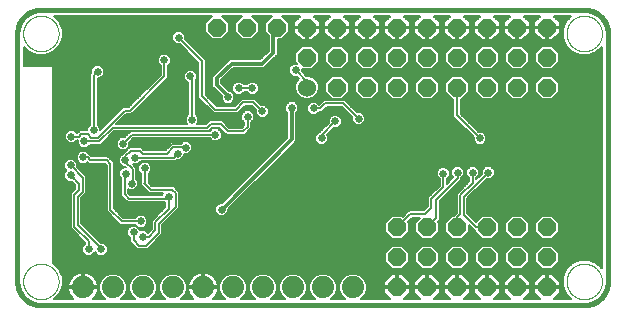
<source format=gbl>
G75*
%MOIN*%
%OFA0B0*%
%FSLAX25Y25*%
%IPPOS*%
%LPD*%
%AMOC8*
5,1,8,0,0,1.08239X$1,22.5*
%
%ADD10C,0.01600*%
%ADD11C,0.00000*%
%ADD12OC8,0.06000*%
%ADD13C,0.06000*%
%ADD14C,0.07400*%
%ADD15C,0.02500*%
%ADD16C,0.00600*%
%ADD17C,0.01200*%
D10*
X0017237Y0029063D02*
X0198339Y0029063D01*
X0198529Y0029065D01*
X0198719Y0029072D01*
X0198909Y0029084D01*
X0199099Y0029100D01*
X0199288Y0029120D01*
X0199477Y0029146D01*
X0199665Y0029175D01*
X0199852Y0029210D01*
X0200038Y0029249D01*
X0200223Y0029292D01*
X0200408Y0029340D01*
X0200591Y0029392D01*
X0200772Y0029448D01*
X0200952Y0029509D01*
X0201131Y0029575D01*
X0201308Y0029644D01*
X0201484Y0029718D01*
X0201657Y0029796D01*
X0201829Y0029879D01*
X0201998Y0029965D01*
X0202166Y0030055D01*
X0202331Y0030150D01*
X0202494Y0030248D01*
X0202654Y0030351D01*
X0202812Y0030457D01*
X0202967Y0030567D01*
X0203120Y0030680D01*
X0203270Y0030798D01*
X0203416Y0030919D01*
X0203560Y0031043D01*
X0203701Y0031171D01*
X0203839Y0031302D01*
X0203974Y0031437D01*
X0204105Y0031575D01*
X0204233Y0031716D01*
X0204357Y0031860D01*
X0204478Y0032006D01*
X0204596Y0032156D01*
X0204709Y0032309D01*
X0204819Y0032464D01*
X0204925Y0032622D01*
X0205028Y0032782D01*
X0205126Y0032945D01*
X0205221Y0033110D01*
X0205311Y0033278D01*
X0205397Y0033447D01*
X0205480Y0033619D01*
X0205558Y0033792D01*
X0205632Y0033968D01*
X0205701Y0034145D01*
X0205767Y0034324D01*
X0205828Y0034504D01*
X0205884Y0034685D01*
X0205936Y0034868D01*
X0205984Y0035053D01*
X0206027Y0035238D01*
X0206066Y0035424D01*
X0206101Y0035611D01*
X0206130Y0035799D01*
X0206156Y0035988D01*
X0206176Y0036177D01*
X0206192Y0036367D01*
X0206204Y0036557D01*
X0206211Y0036747D01*
X0206213Y0036937D01*
X0206213Y0119614D01*
X0206211Y0119804D01*
X0206204Y0119994D01*
X0206192Y0120184D01*
X0206176Y0120374D01*
X0206156Y0120563D01*
X0206130Y0120752D01*
X0206101Y0120940D01*
X0206066Y0121127D01*
X0206027Y0121313D01*
X0205984Y0121498D01*
X0205936Y0121683D01*
X0205884Y0121866D01*
X0205828Y0122047D01*
X0205767Y0122227D01*
X0205701Y0122406D01*
X0205632Y0122583D01*
X0205558Y0122759D01*
X0205480Y0122932D01*
X0205397Y0123104D01*
X0205311Y0123273D01*
X0205221Y0123441D01*
X0205126Y0123606D01*
X0205028Y0123769D01*
X0204925Y0123929D01*
X0204819Y0124087D01*
X0204709Y0124242D01*
X0204596Y0124395D01*
X0204478Y0124545D01*
X0204357Y0124691D01*
X0204233Y0124835D01*
X0204105Y0124976D01*
X0203974Y0125114D01*
X0203839Y0125249D01*
X0203701Y0125380D01*
X0203560Y0125508D01*
X0203416Y0125632D01*
X0203270Y0125753D01*
X0203120Y0125871D01*
X0202967Y0125984D01*
X0202812Y0126094D01*
X0202654Y0126200D01*
X0202494Y0126303D01*
X0202331Y0126401D01*
X0202166Y0126496D01*
X0201998Y0126586D01*
X0201829Y0126672D01*
X0201657Y0126755D01*
X0201484Y0126833D01*
X0201308Y0126907D01*
X0201131Y0126976D01*
X0200952Y0127042D01*
X0200772Y0127103D01*
X0200591Y0127159D01*
X0200408Y0127211D01*
X0200223Y0127259D01*
X0200038Y0127302D01*
X0199852Y0127341D01*
X0199665Y0127376D01*
X0199477Y0127405D01*
X0199288Y0127431D01*
X0199099Y0127451D01*
X0198909Y0127467D01*
X0198719Y0127479D01*
X0198529Y0127486D01*
X0198339Y0127488D01*
X0017237Y0127488D01*
X0017047Y0127486D01*
X0016857Y0127479D01*
X0016667Y0127467D01*
X0016477Y0127451D01*
X0016288Y0127431D01*
X0016099Y0127405D01*
X0015911Y0127376D01*
X0015724Y0127341D01*
X0015538Y0127302D01*
X0015353Y0127259D01*
X0015168Y0127211D01*
X0014985Y0127159D01*
X0014804Y0127103D01*
X0014624Y0127042D01*
X0014445Y0126976D01*
X0014268Y0126907D01*
X0014092Y0126833D01*
X0013919Y0126755D01*
X0013747Y0126672D01*
X0013578Y0126586D01*
X0013410Y0126496D01*
X0013245Y0126401D01*
X0013082Y0126303D01*
X0012922Y0126200D01*
X0012764Y0126094D01*
X0012609Y0125984D01*
X0012456Y0125871D01*
X0012306Y0125753D01*
X0012160Y0125632D01*
X0012016Y0125508D01*
X0011875Y0125380D01*
X0011737Y0125249D01*
X0011602Y0125114D01*
X0011471Y0124976D01*
X0011343Y0124835D01*
X0011219Y0124691D01*
X0011098Y0124545D01*
X0010980Y0124395D01*
X0010867Y0124242D01*
X0010757Y0124087D01*
X0010651Y0123929D01*
X0010548Y0123769D01*
X0010450Y0123606D01*
X0010355Y0123441D01*
X0010265Y0123273D01*
X0010179Y0123104D01*
X0010096Y0122932D01*
X0010018Y0122759D01*
X0009944Y0122583D01*
X0009875Y0122406D01*
X0009809Y0122227D01*
X0009748Y0122047D01*
X0009692Y0121866D01*
X0009640Y0121683D01*
X0009592Y0121498D01*
X0009549Y0121313D01*
X0009510Y0121127D01*
X0009475Y0120940D01*
X0009446Y0120752D01*
X0009420Y0120563D01*
X0009400Y0120374D01*
X0009384Y0120184D01*
X0009372Y0119994D01*
X0009365Y0119804D01*
X0009363Y0119614D01*
X0009363Y0036937D01*
X0009365Y0036747D01*
X0009372Y0036557D01*
X0009384Y0036367D01*
X0009400Y0036177D01*
X0009420Y0035988D01*
X0009446Y0035799D01*
X0009475Y0035611D01*
X0009510Y0035424D01*
X0009549Y0035238D01*
X0009592Y0035053D01*
X0009640Y0034868D01*
X0009692Y0034685D01*
X0009748Y0034504D01*
X0009809Y0034324D01*
X0009875Y0034145D01*
X0009944Y0033968D01*
X0010018Y0033792D01*
X0010096Y0033619D01*
X0010179Y0033447D01*
X0010265Y0033278D01*
X0010355Y0033110D01*
X0010450Y0032945D01*
X0010548Y0032782D01*
X0010651Y0032622D01*
X0010757Y0032464D01*
X0010867Y0032309D01*
X0010980Y0032156D01*
X0011098Y0032006D01*
X0011219Y0031860D01*
X0011343Y0031716D01*
X0011471Y0031575D01*
X0011602Y0031437D01*
X0011737Y0031302D01*
X0011875Y0031171D01*
X0012016Y0031043D01*
X0012160Y0030919D01*
X0012306Y0030798D01*
X0012456Y0030680D01*
X0012609Y0030567D01*
X0012764Y0030457D01*
X0012922Y0030351D01*
X0013082Y0030248D01*
X0013245Y0030150D01*
X0013410Y0030055D01*
X0013578Y0029965D01*
X0013747Y0029879D01*
X0013919Y0029796D01*
X0014092Y0029718D01*
X0014268Y0029644D01*
X0014445Y0029575D01*
X0014624Y0029509D01*
X0014804Y0029448D01*
X0014985Y0029392D01*
X0015168Y0029340D01*
X0015353Y0029292D01*
X0015538Y0029249D01*
X0015724Y0029210D01*
X0015911Y0029175D01*
X0016099Y0029146D01*
X0016288Y0029120D01*
X0016477Y0029100D01*
X0016667Y0029084D01*
X0016857Y0029072D01*
X0017047Y0029065D01*
X0017237Y0029063D01*
X0092500Y0071400D02*
X0092800Y0071700D01*
X0107500Y0071400D02*
X0107500Y0071100D01*
X0114100Y0071100D02*
X0114100Y0071400D01*
X0128500Y0071400D02*
X0128800Y0071400D01*
D11*
X0192433Y0036937D02*
X0192435Y0037090D01*
X0192441Y0037244D01*
X0192451Y0037397D01*
X0192465Y0037549D01*
X0192483Y0037702D01*
X0192505Y0037853D01*
X0192530Y0038004D01*
X0192560Y0038155D01*
X0192594Y0038305D01*
X0192631Y0038453D01*
X0192672Y0038601D01*
X0192717Y0038747D01*
X0192766Y0038893D01*
X0192819Y0039037D01*
X0192875Y0039179D01*
X0192935Y0039320D01*
X0192999Y0039460D01*
X0193066Y0039598D01*
X0193137Y0039734D01*
X0193212Y0039868D01*
X0193289Y0040000D01*
X0193371Y0040130D01*
X0193455Y0040258D01*
X0193543Y0040384D01*
X0193634Y0040507D01*
X0193728Y0040628D01*
X0193826Y0040746D01*
X0193926Y0040862D01*
X0194030Y0040975D01*
X0194136Y0041086D01*
X0194245Y0041194D01*
X0194357Y0041299D01*
X0194471Y0041400D01*
X0194589Y0041499D01*
X0194708Y0041595D01*
X0194830Y0041688D01*
X0194955Y0041777D01*
X0195082Y0041864D01*
X0195211Y0041946D01*
X0195342Y0042026D01*
X0195475Y0042102D01*
X0195610Y0042175D01*
X0195747Y0042244D01*
X0195886Y0042309D01*
X0196026Y0042371D01*
X0196168Y0042429D01*
X0196311Y0042484D01*
X0196456Y0042535D01*
X0196602Y0042582D01*
X0196749Y0042625D01*
X0196897Y0042664D01*
X0197046Y0042700D01*
X0197196Y0042731D01*
X0197347Y0042759D01*
X0197498Y0042783D01*
X0197651Y0042803D01*
X0197803Y0042819D01*
X0197956Y0042831D01*
X0198109Y0042839D01*
X0198262Y0042843D01*
X0198416Y0042843D01*
X0198569Y0042839D01*
X0198722Y0042831D01*
X0198875Y0042819D01*
X0199027Y0042803D01*
X0199180Y0042783D01*
X0199331Y0042759D01*
X0199482Y0042731D01*
X0199632Y0042700D01*
X0199781Y0042664D01*
X0199929Y0042625D01*
X0200076Y0042582D01*
X0200222Y0042535D01*
X0200367Y0042484D01*
X0200510Y0042429D01*
X0200652Y0042371D01*
X0200792Y0042309D01*
X0200931Y0042244D01*
X0201068Y0042175D01*
X0201203Y0042102D01*
X0201336Y0042026D01*
X0201467Y0041946D01*
X0201596Y0041864D01*
X0201723Y0041777D01*
X0201848Y0041688D01*
X0201970Y0041595D01*
X0202089Y0041499D01*
X0202207Y0041400D01*
X0202321Y0041299D01*
X0202433Y0041194D01*
X0202542Y0041086D01*
X0202648Y0040975D01*
X0202752Y0040862D01*
X0202852Y0040746D01*
X0202950Y0040628D01*
X0203044Y0040507D01*
X0203135Y0040384D01*
X0203223Y0040258D01*
X0203307Y0040130D01*
X0203389Y0040000D01*
X0203466Y0039868D01*
X0203541Y0039734D01*
X0203612Y0039598D01*
X0203679Y0039460D01*
X0203743Y0039320D01*
X0203803Y0039179D01*
X0203859Y0039037D01*
X0203912Y0038893D01*
X0203961Y0038747D01*
X0204006Y0038601D01*
X0204047Y0038453D01*
X0204084Y0038305D01*
X0204118Y0038155D01*
X0204148Y0038004D01*
X0204173Y0037853D01*
X0204195Y0037702D01*
X0204213Y0037549D01*
X0204227Y0037397D01*
X0204237Y0037244D01*
X0204243Y0037090D01*
X0204245Y0036937D01*
X0204243Y0036784D01*
X0204237Y0036630D01*
X0204227Y0036477D01*
X0204213Y0036325D01*
X0204195Y0036172D01*
X0204173Y0036021D01*
X0204148Y0035870D01*
X0204118Y0035719D01*
X0204084Y0035569D01*
X0204047Y0035421D01*
X0204006Y0035273D01*
X0203961Y0035127D01*
X0203912Y0034981D01*
X0203859Y0034837D01*
X0203803Y0034695D01*
X0203743Y0034554D01*
X0203679Y0034414D01*
X0203612Y0034276D01*
X0203541Y0034140D01*
X0203466Y0034006D01*
X0203389Y0033874D01*
X0203307Y0033744D01*
X0203223Y0033616D01*
X0203135Y0033490D01*
X0203044Y0033367D01*
X0202950Y0033246D01*
X0202852Y0033128D01*
X0202752Y0033012D01*
X0202648Y0032899D01*
X0202542Y0032788D01*
X0202433Y0032680D01*
X0202321Y0032575D01*
X0202207Y0032474D01*
X0202089Y0032375D01*
X0201970Y0032279D01*
X0201848Y0032186D01*
X0201723Y0032097D01*
X0201596Y0032010D01*
X0201467Y0031928D01*
X0201336Y0031848D01*
X0201203Y0031772D01*
X0201068Y0031699D01*
X0200931Y0031630D01*
X0200792Y0031565D01*
X0200652Y0031503D01*
X0200510Y0031445D01*
X0200367Y0031390D01*
X0200222Y0031339D01*
X0200076Y0031292D01*
X0199929Y0031249D01*
X0199781Y0031210D01*
X0199632Y0031174D01*
X0199482Y0031143D01*
X0199331Y0031115D01*
X0199180Y0031091D01*
X0199027Y0031071D01*
X0198875Y0031055D01*
X0198722Y0031043D01*
X0198569Y0031035D01*
X0198416Y0031031D01*
X0198262Y0031031D01*
X0198109Y0031035D01*
X0197956Y0031043D01*
X0197803Y0031055D01*
X0197651Y0031071D01*
X0197498Y0031091D01*
X0197347Y0031115D01*
X0197196Y0031143D01*
X0197046Y0031174D01*
X0196897Y0031210D01*
X0196749Y0031249D01*
X0196602Y0031292D01*
X0196456Y0031339D01*
X0196311Y0031390D01*
X0196168Y0031445D01*
X0196026Y0031503D01*
X0195886Y0031565D01*
X0195747Y0031630D01*
X0195610Y0031699D01*
X0195475Y0031772D01*
X0195342Y0031848D01*
X0195211Y0031928D01*
X0195082Y0032010D01*
X0194955Y0032097D01*
X0194830Y0032186D01*
X0194708Y0032279D01*
X0194589Y0032375D01*
X0194471Y0032474D01*
X0194357Y0032575D01*
X0194245Y0032680D01*
X0194136Y0032788D01*
X0194030Y0032899D01*
X0193926Y0033012D01*
X0193826Y0033128D01*
X0193728Y0033246D01*
X0193634Y0033367D01*
X0193543Y0033490D01*
X0193455Y0033616D01*
X0193371Y0033744D01*
X0193289Y0033874D01*
X0193212Y0034006D01*
X0193137Y0034140D01*
X0193066Y0034276D01*
X0192999Y0034414D01*
X0192935Y0034554D01*
X0192875Y0034695D01*
X0192819Y0034837D01*
X0192766Y0034981D01*
X0192717Y0035127D01*
X0192672Y0035273D01*
X0192631Y0035421D01*
X0192594Y0035569D01*
X0192560Y0035719D01*
X0192530Y0035870D01*
X0192505Y0036021D01*
X0192483Y0036172D01*
X0192465Y0036325D01*
X0192451Y0036477D01*
X0192441Y0036630D01*
X0192435Y0036784D01*
X0192433Y0036937D01*
X0192433Y0119614D02*
X0192435Y0119767D01*
X0192441Y0119921D01*
X0192451Y0120074D01*
X0192465Y0120226D01*
X0192483Y0120379D01*
X0192505Y0120530D01*
X0192530Y0120681D01*
X0192560Y0120832D01*
X0192594Y0120982D01*
X0192631Y0121130D01*
X0192672Y0121278D01*
X0192717Y0121424D01*
X0192766Y0121570D01*
X0192819Y0121714D01*
X0192875Y0121856D01*
X0192935Y0121997D01*
X0192999Y0122137D01*
X0193066Y0122275D01*
X0193137Y0122411D01*
X0193212Y0122545D01*
X0193289Y0122677D01*
X0193371Y0122807D01*
X0193455Y0122935D01*
X0193543Y0123061D01*
X0193634Y0123184D01*
X0193728Y0123305D01*
X0193826Y0123423D01*
X0193926Y0123539D01*
X0194030Y0123652D01*
X0194136Y0123763D01*
X0194245Y0123871D01*
X0194357Y0123976D01*
X0194471Y0124077D01*
X0194589Y0124176D01*
X0194708Y0124272D01*
X0194830Y0124365D01*
X0194955Y0124454D01*
X0195082Y0124541D01*
X0195211Y0124623D01*
X0195342Y0124703D01*
X0195475Y0124779D01*
X0195610Y0124852D01*
X0195747Y0124921D01*
X0195886Y0124986D01*
X0196026Y0125048D01*
X0196168Y0125106D01*
X0196311Y0125161D01*
X0196456Y0125212D01*
X0196602Y0125259D01*
X0196749Y0125302D01*
X0196897Y0125341D01*
X0197046Y0125377D01*
X0197196Y0125408D01*
X0197347Y0125436D01*
X0197498Y0125460D01*
X0197651Y0125480D01*
X0197803Y0125496D01*
X0197956Y0125508D01*
X0198109Y0125516D01*
X0198262Y0125520D01*
X0198416Y0125520D01*
X0198569Y0125516D01*
X0198722Y0125508D01*
X0198875Y0125496D01*
X0199027Y0125480D01*
X0199180Y0125460D01*
X0199331Y0125436D01*
X0199482Y0125408D01*
X0199632Y0125377D01*
X0199781Y0125341D01*
X0199929Y0125302D01*
X0200076Y0125259D01*
X0200222Y0125212D01*
X0200367Y0125161D01*
X0200510Y0125106D01*
X0200652Y0125048D01*
X0200792Y0124986D01*
X0200931Y0124921D01*
X0201068Y0124852D01*
X0201203Y0124779D01*
X0201336Y0124703D01*
X0201467Y0124623D01*
X0201596Y0124541D01*
X0201723Y0124454D01*
X0201848Y0124365D01*
X0201970Y0124272D01*
X0202089Y0124176D01*
X0202207Y0124077D01*
X0202321Y0123976D01*
X0202433Y0123871D01*
X0202542Y0123763D01*
X0202648Y0123652D01*
X0202752Y0123539D01*
X0202852Y0123423D01*
X0202950Y0123305D01*
X0203044Y0123184D01*
X0203135Y0123061D01*
X0203223Y0122935D01*
X0203307Y0122807D01*
X0203389Y0122677D01*
X0203466Y0122545D01*
X0203541Y0122411D01*
X0203612Y0122275D01*
X0203679Y0122137D01*
X0203743Y0121997D01*
X0203803Y0121856D01*
X0203859Y0121714D01*
X0203912Y0121570D01*
X0203961Y0121424D01*
X0204006Y0121278D01*
X0204047Y0121130D01*
X0204084Y0120982D01*
X0204118Y0120832D01*
X0204148Y0120681D01*
X0204173Y0120530D01*
X0204195Y0120379D01*
X0204213Y0120226D01*
X0204227Y0120074D01*
X0204237Y0119921D01*
X0204243Y0119767D01*
X0204245Y0119614D01*
X0204243Y0119461D01*
X0204237Y0119307D01*
X0204227Y0119154D01*
X0204213Y0119002D01*
X0204195Y0118849D01*
X0204173Y0118698D01*
X0204148Y0118547D01*
X0204118Y0118396D01*
X0204084Y0118246D01*
X0204047Y0118098D01*
X0204006Y0117950D01*
X0203961Y0117804D01*
X0203912Y0117658D01*
X0203859Y0117514D01*
X0203803Y0117372D01*
X0203743Y0117231D01*
X0203679Y0117091D01*
X0203612Y0116953D01*
X0203541Y0116817D01*
X0203466Y0116683D01*
X0203389Y0116551D01*
X0203307Y0116421D01*
X0203223Y0116293D01*
X0203135Y0116167D01*
X0203044Y0116044D01*
X0202950Y0115923D01*
X0202852Y0115805D01*
X0202752Y0115689D01*
X0202648Y0115576D01*
X0202542Y0115465D01*
X0202433Y0115357D01*
X0202321Y0115252D01*
X0202207Y0115151D01*
X0202089Y0115052D01*
X0201970Y0114956D01*
X0201848Y0114863D01*
X0201723Y0114774D01*
X0201596Y0114687D01*
X0201467Y0114605D01*
X0201336Y0114525D01*
X0201203Y0114449D01*
X0201068Y0114376D01*
X0200931Y0114307D01*
X0200792Y0114242D01*
X0200652Y0114180D01*
X0200510Y0114122D01*
X0200367Y0114067D01*
X0200222Y0114016D01*
X0200076Y0113969D01*
X0199929Y0113926D01*
X0199781Y0113887D01*
X0199632Y0113851D01*
X0199482Y0113820D01*
X0199331Y0113792D01*
X0199180Y0113768D01*
X0199027Y0113748D01*
X0198875Y0113732D01*
X0198722Y0113720D01*
X0198569Y0113712D01*
X0198416Y0113708D01*
X0198262Y0113708D01*
X0198109Y0113712D01*
X0197956Y0113720D01*
X0197803Y0113732D01*
X0197651Y0113748D01*
X0197498Y0113768D01*
X0197347Y0113792D01*
X0197196Y0113820D01*
X0197046Y0113851D01*
X0196897Y0113887D01*
X0196749Y0113926D01*
X0196602Y0113969D01*
X0196456Y0114016D01*
X0196311Y0114067D01*
X0196168Y0114122D01*
X0196026Y0114180D01*
X0195886Y0114242D01*
X0195747Y0114307D01*
X0195610Y0114376D01*
X0195475Y0114449D01*
X0195342Y0114525D01*
X0195211Y0114605D01*
X0195082Y0114687D01*
X0194955Y0114774D01*
X0194830Y0114863D01*
X0194708Y0114956D01*
X0194589Y0115052D01*
X0194471Y0115151D01*
X0194357Y0115252D01*
X0194245Y0115357D01*
X0194136Y0115465D01*
X0194030Y0115576D01*
X0193926Y0115689D01*
X0193826Y0115805D01*
X0193728Y0115923D01*
X0193634Y0116044D01*
X0193543Y0116167D01*
X0193455Y0116293D01*
X0193371Y0116421D01*
X0193289Y0116551D01*
X0193212Y0116683D01*
X0193137Y0116817D01*
X0193066Y0116953D01*
X0192999Y0117091D01*
X0192935Y0117231D01*
X0192875Y0117372D01*
X0192819Y0117514D01*
X0192766Y0117658D01*
X0192717Y0117804D01*
X0192672Y0117950D01*
X0192631Y0118098D01*
X0192594Y0118246D01*
X0192560Y0118396D01*
X0192530Y0118547D01*
X0192505Y0118698D01*
X0192483Y0118849D01*
X0192465Y0119002D01*
X0192451Y0119154D01*
X0192441Y0119307D01*
X0192435Y0119461D01*
X0192433Y0119614D01*
X0011331Y0119614D02*
X0011333Y0119767D01*
X0011339Y0119921D01*
X0011349Y0120074D01*
X0011363Y0120226D01*
X0011381Y0120379D01*
X0011403Y0120530D01*
X0011428Y0120681D01*
X0011458Y0120832D01*
X0011492Y0120982D01*
X0011529Y0121130D01*
X0011570Y0121278D01*
X0011615Y0121424D01*
X0011664Y0121570D01*
X0011717Y0121714D01*
X0011773Y0121856D01*
X0011833Y0121997D01*
X0011897Y0122137D01*
X0011964Y0122275D01*
X0012035Y0122411D01*
X0012110Y0122545D01*
X0012187Y0122677D01*
X0012269Y0122807D01*
X0012353Y0122935D01*
X0012441Y0123061D01*
X0012532Y0123184D01*
X0012626Y0123305D01*
X0012724Y0123423D01*
X0012824Y0123539D01*
X0012928Y0123652D01*
X0013034Y0123763D01*
X0013143Y0123871D01*
X0013255Y0123976D01*
X0013369Y0124077D01*
X0013487Y0124176D01*
X0013606Y0124272D01*
X0013728Y0124365D01*
X0013853Y0124454D01*
X0013980Y0124541D01*
X0014109Y0124623D01*
X0014240Y0124703D01*
X0014373Y0124779D01*
X0014508Y0124852D01*
X0014645Y0124921D01*
X0014784Y0124986D01*
X0014924Y0125048D01*
X0015066Y0125106D01*
X0015209Y0125161D01*
X0015354Y0125212D01*
X0015500Y0125259D01*
X0015647Y0125302D01*
X0015795Y0125341D01*
X0015944Y0125377D01*
X0016094Y0125408D01*
X0016245Y0125436D01*
X0016396Y0125460D01*
X0016549Y0125480D01*
X0016701Y0125496D01*
X0016854Y0125508D01*
X0017007Y0125516D01*
X0017160Y0125520D01*
X0017314Y0125520D01*
X0017467Y0125516D01*
X0017620Y0125508D01*
X0017773Y0125496D01*
X0017925Y0125480D01*
X0018078Y0125460D01*
X0018229Y0125436D01*
X0018380Y0125408D01*
X0018530Y0125377D01*
X0018679Y0125341D01*
X0018827Y0125302D01*
X0018974Y0125259D01*
X0019120Y0125212D01*
X0019265Y0125161D01*
X0019408Y0125106D01*
X0019550Y0125048D01*
X0019690Y0124986D01*
X0019829Y0124921D01*
X0019966Y0124852D01*
X0020101Y0124779D01*
X0020234Y0124703D01*
X0020365Y0124623D01*
X0020494Y0124541D01*
X0020621Y0124454D01*
X0020746Y0124365D01*
X0020868Y0124272D01*
X0020987Y0124176D01*
X0021105Y0124077D01*
X0021219Y0123976D01*
X0021331Y0123871D01*
X0021440Y0123763D01*
X0021546Y0123652D01*
X0021650Y0123539D01*
X0021750Y0123423D01*
X0021848Y0123305D01*
X0021942Y0123184D01*
X0022033Y0123061D01*
X0022121Y0122935D01*
X0022205Y0122807D01*
X0022287Y0122677D01*
X0022364Y0122545D01*
X0022439Y0122411D01*
X0022510Y0122275D01*
X0022577Y0122137D01*
X0022641Y0121997D01*
X0022701Y0121856D01*
X0022757Y0121714D01*
X0022810Y0121570D01*
X0022859Y0121424D01*
X0022904Y0121278D01*
X0022945Y0121130D01*
X0022982Y0120982D01*
X0023016Y0120832D01*
X0023046Y0120681D01*
X0023071Y0120530D01*
X0023093Y0120379D01*
X0023111Y0120226D01*
X0023125Y0120074D01*
X0023135Y0119921D01*
X0023141Y0119767D01*
X0023143Y0119614D01*
X0023141Y0119461D01*
X0023135Y0119307D01*
X0023125Y0119154D01*
X0023111Y0119002D01*
X0023093Y0118849D01*
X0023071Y0118698D01*
X0023046Y0118547D01*
X0023016Y0118396D01*
X0022982Y0118246D01*
X0022945Y0118098D01*
X0022904Y0117950D01*
X0022859Y0117804D01*
X0022810Y0117658D01*
X0022757Y0117514D01*
X0022701Y0117372D01*
X0022641Y0117231D01*
X0022577Y0117091D01*
X0022510Y0116953D01*
X0022439Y0116817D01*
X0022364Y0116683D01*
X0022287Y0116551D01*
X0022205Y0116421D01*
X0022121Y0116293D01*
X0022033Y0116167D01*
X0021942Y0116044D01*
X0021848Y0115923D01*
X0021750Y0115805D01*
X0021650Y0115689D01*
X0021546Y0115576D01*
X0021440Y0115465D01*
X0021331Y0115357D01*
X0021219Y0115252D01*
X0021105Y0115151D01*
X0020987Y0115052D01*
X0020868Y0114956D01*
X0020746Y0114863D01*
X0020621Y0114774D01*
X0020494Y0114687D01*
X0020365Y0114605D01*
X0020234Y0114525D01*
X0020101Y0114449D01*
X0019966Y0114376D01*
X0019829Y0114307D01*
X0019690Y0114242D01*
X0019550Y0114180D01*
X0019408Y0114122D01*
X0019265Y0114067D01*
X0019120Y0114016D01*
X0018974Y0113969D01*
X0018827Y0113926D01*
X0018679Y0113887D01*
X0018530Y0113851D01*
X0018380Y0113820D01*
X0018229Y0113792D01*
X0018078Y0113768D01*
X0017925Y0113748D01*
X0017773Y0113732D01*
X0017620Y0113720D01*
X0017467Y0113712D01*
X0017314Y0113708D01*
X0017160Y0113708D01*
X0017007Y0113712D01*
X0016854Y0113720D01*
X0016701Y0113732D01*
X0016549Y0113748D01*
X0016396Y0113768D01*
X0016245Y0113792D01*
X0016094Y0113820D01*
X0015944Y0113851D01*
X0015795Y0113887D01*
X0015647Y0113926D01*
X0015500Y0113969D01*
X0015354Y0114016D01*
X0015209Y0114067D01*
X0015066Y0114122D01*
X0014924Y0114180D01*
X0014784Y0114242D01*
X0014645Y0114307D01*
X0014508Y0114376D01*
X0014373Y0114449D01*
X0014240Y0114525D01*
X0014109Y0114605D01*
X0013980Y0114687D01*
X0013853Y0114774D01*
X0013728Y0114863D01*
X0013606Y0114956D01*
X0013487Y0115052D01*
X0013369Y0115151D01*
X0013255Y0115252D01*
X0013143Y0115357D01*
X0013034Y0115465D01*
X0012928Y0115576D01*
X0012824Y0115689D01*
X0012724Y0115805D01*
X0012626Y0115923D01*
X0012532Y0116044D01*
X0012441Y0116167D01*
X0012353Y0116293D01*
X0012269Y0116421D01*
X0012187Y0116551D01*
X0012110Y0116683D01*
X0012035Y0116817D01*
X0011964Y0116953D01*
X0011897Y0117091D01*
X0011833Y0117231D01*
X0011773Y0117372D01*
X0011717Y0117514D01*
X0011664Y0117658D01*
X0011615Y0117804D01*
X0011570Y0117950D01*
X0011529Y0118098D01*
X0011492Y0118246D01*
X0011458Y0118396D01*
X0011428Y0118547D01*
X0011403Y0118698D01*
X0011381Y0118849D01*
X0011363Y0119002D01*
X0011349Y0119154D01*
X0011339Y0119307D01*
X0011333Y0119461D01*
X0011331Y0119614D01*
X0011331Y0036937D02*
X0011333Y0037090D01*
X0011339Y0037244D01*
X0011349Y0037397D01*
X0011363Y0037549D01*
X0011381Y0037702D01*
X0011403Y0037853D01*
X0011428Y0038004D01*
X0011458Y0038155D01*
X0011492Y0038305D01*
X0011529Y0038453D01*
X0011570Y0038601D01*
X0011615Y0038747D01*
X0011664Y0038893D01*
X0011717Y0039037D01*
X0011773Y0039179D01*
X0011833Y0039320D01*
X0011897Y0039460D01*
X0011964Y0039598D01*
X0012035Y0039734D01*
X0012110Y0039868D01*
X0012187Y0040000D01*
X0012269Y0040130D01*
X0012353Y0040258D01*
X0012441Y0040384D01*
X0012532Y0040507D01*
X0012626Y0040628D01*
X0012724Y0040746D01*
X0012824Y0040862D01*
X0012928Y0040975D01*
X0013034Y0041086D01*
X0013143Y0041194D01*
X0013255Y0041299D01*
X0013369Y0041400D01*
X0013487Y0041499D01*
X0013606Y0041595D01*
X0013728Y0041688D01*
X0013853Y0041777D01*
X0013980Y0041864D01*
X0014109Y0041946D01*
X0014240Y0042026D01*
X0014373Y0042102D01*
X0014508Y0042175D01*
X0014645Y0042244D01*
X0014784Y0042309D01*
X0014924Y0042371D01*
X0015066Y0042429D01*
X0015209Y0042484D01*
X0015354Y0042535D01*
X0015500Y0042582D01*
X0015647Y0042625D01*
X0015795Y0042664D01*
X0015944Y0042700D01*
X0016094Y0042731D01*
X0016245Y0042759D01*
X0016396Y0042783D01*
X0016549Y0042803D01*
X0016701Y0042819D01*
X0016854Y0042831D01*
X0017007Y0042839D01*
X0017160Y0042843D01*
X0017314Y0042843D01*
X0017467Y0042839D01*
X0017620Y0042831D01*
X0017773Y0042819D01*
X0017925Y0042803D01*
X0018078Y0042783D01*
X0018229Y0042759D01*
X0018380Y0042731D01*
X0018530Y0042700D01*
X0018679Y0042664D01*
X0018827Y0042625D01*
X0018974Y0042582D01*
X0019120Y0042535D01*
X0019265Y0042484D01*
X0019408Y0042429D01*
X0019550Y0042371D01*
X0019690Y0042309D01*
X0019829Y0042244D01*
X0019966Y0042175D01*
X0020101Y0042102D01*
X0020234Y0042026D01*
X0020365Y0041946D01*
X0020494Y0041864D01*
X0020621Y0041777D01*
X0020746Y0041688D01*
X0020868Y0041595D01*
X0020987Y0041499D01*
X0021105Y0041400D01*
X0021219Y0041299D01*
X0021331Y0041194D01*
X0021440Y0041086D01*
X0021546Y0040975D01*
X0021650Y0040862D01*
X0021750Y0040746D01*
X0021848Y0040628D01*
X0021942Y0040507D01*
X0022033Y0040384D01*
X0022121Y0040258D01*
X0022205Y0040130D01*
X0022287Y0040000D01*
X0022364Y0039868D01*
X0022439Y0039734D01*
X0022510Y0039598D01*
X0022577Y0039460D01*
X0022641Y0039320D01*
X0022701Y0039179D01*
X0022757Y0039037D01*
X0022810Y0038893D01*
X0022859Y0038747D01*
X0022904Y0038601D01*
X0022945Y0038453D01*
X0022982Y0038305D01*
X0023016Y0038155D01*
X0023046Y0038004D01*
X0023071Y0037853D01*
X0023093Y0037702D01*
X0023111Y0037549D01*
X0023125Y0037397D01*
X0023135Y0037244D01*
X0023141Y0037090D01*
X0023143Y0036937D01*
X0023141Y0036784D01*
X0023135Y0036630D01*
X0023125Y0036477D01*
X0023111Y0036325D01*
X0023093Y0036172D01*
X0023071Y0036021D01*
X0023046Y0035870D01*
X0023016Y0035719D01*
X0022982Y0035569D01*
X0022945Y0035421D01*
X0022904Y0035273D01*
X0022859Y0035127D01*
X0022810Y0034981D01*
X0022757Y0034837D01*
X0022701Y0034695D01*
X0022641Y0034554D01*
X0022577Y0034414D01*
X0022510Y0034276D01*
X0022439Y0034140D01*
X0022364Y0034006D01*
X0022287Y0033874D01*
X0022205Y0033744D01*
X0022121Y0033616D01*
X0022033Y0033490D01*
X0021942Y0033367D01*
X0021848Y0033246D01*
X0021750Y0033128D01*
X0021650Y0033012D01*
X0021546Y0032899D01*
X0021440Y0032788D01*
X0021331Y0032680D01*
X0021219Y0032575D01*
X0021105Y0032474D01*
X0020987Y0032375D01*
X0020868Y0032279D01*
X0020746Y0032186D01*
X0020621Y0032097D01*
X0020494Y0032010D01*
X0020365Y0031928D01*
X0020234Y0031848D01*
X0020101Y0031772D01*
X0019966Y0031699D01*
X0019829Y0031630D01*
X0019690Y0031565D01*
X0019550Y0031503D01*
X0019408Y0031445D01*
X0019265Y0031390D01*
X0019120Y0031339D01*
X0018974Y0031292D01*
X0018827Y0031249D01*
X0018679Y0031210D01*
X0018530Y0031174D01*
X0018380Y0031143D01*
X0018229Y0031115D01*
X0018078Y0031091D01*
X0017925Y0031071D01*
X0017773Y0031055D01*
X0017620Y0031043D01*
X0017467Y0031035D01*
X0017314Y0031031D01*
X0017160Y0031031D01*
X0017007Y0031035D01*
X0016854Y0031043D01*
X0016701Y0031055D01*
X0016549Y0031071D01*
X0016396Y0031091D01*
X0016245Y0031115D01*
X0016094Y0031143D01*
X0015944Y0031174D01*
X0015795Y0031210D01*
X0015647Y0031249D01*
X0015500Y0031292D01*
X0015354Y0031339D01*
X0015209Y0031390D01*
X0015066Y0031445D01*
X0014924Y0031503D01*
X0014784Y0031565D01*
X0014645Y0031630D01*
X0014508Y0031699D01*
X0014373Y0031772D01*
X0014240Y0031848D01*
X0014109Y0031928D01*
X0013980Y0032010D01*
X0013853Y0032097D01*
X0013728Y0032186D01*
X0013606Y0032279D01*
X0013487Y0032375D01*
X0013369Y0032474D01*
X0013255Y0032575D01*
X0013143Y0032680D01*
X0013034Y0032788D01*
X0012928Y0032899D01*
X0012824Y0033012D01*
X0012724Y0033128D01*
X0012626Y0033246D01*
X0012532Y0033367D01*
X0012441Y0033490D01*
X0012353Y0033616D01*
X0012269Y0033744D01*
X0012187Y0033874D01*
X0012110Y0034006D01*
X0012035Y0034140D01*
X0011964Y0034276D01*
X0011897Y0034414D01*
X0011833Y0034554D01*
X0011773Y0034695D01*
X0011717Y0034837D01*
X0011664Y0034981D01*
X0011615Y0035127D01*
X0011570Y0035273D01*
X0011529Y0035421D01*
X0011492Y0035569D01*
X0011458Y0035719D01*
X0011428Y0035870D01*
X0011403Y0036021D01*
X0011381Y0036172D01*
X0011363Y0036325D01*
X0011349Y0036477D01*
X0011339Y0036630D01*
X0011333Y0036784D01*
X0011331Y0036937D01*
D12*
X0105938Y0111583D03*
X0115938Y0111583D03*
X0125938Y0111583D03*
X0135938Y0111583D03*
X0145938Y0111583D03*
X0155938Y0111583D03*
X0165938Y0111583D03*
X0175938Y0111583D03*
X0185938Y0111583D03*
X0185938Y0121583D03*
X0175938Y0121583D03*
X0165938Y0121583D03*
X0155938Y0121583D03*
X0145938Y0121583D03*
X0135938Y0121583D03*
X0125938Y0121583D03*
X0115938Y0121583D03*
X0105938Y0121583D03*
X0095938Y0121583D03*
X0085938Y0121583D03*
X0075938Y0121583D03*
X0115938Y0101583D03*
X0125938Y0101583D03*
X0135938Y0101583D03*
X0145938Y0101583D03*
X0155938Y0101583D03*
X0165938Y0101583D03*
X0175938Y0101583D03*
X0185938Y0101583D03*
X0185938Y0054969D03*
X0175938Y0054969D03*
X0165938Y0054969D03*
X0155938Y0054969D03*
X0145938Y0054969D03*
X0135938Y0054969D03*
X0135938Y0044969D03*
X0145938Y0044969D03*
X0155938Y0044969D03*
X0165938Y0044969D03*
X0175938Y0044969D03*
X0185938Y0044969D03*
X0185938Y0034969D03*
X0175938Y0034969D03*
X0165938Y0034969D03*
X0155938Y0034969D03*
X0145938Y0034969D03*
X0135938Y0034969D03*
D13*
X0105938Y0101583D03*
D14*
X0101300Y0034969D03*
X0091300Y0034969D03*
X0081300Y0034969D03*
X0071300Y0034969D03*
X0061300Y0034969D03*
X0051300Y0034969D03*
X0041300Y0034969D03*
X0031300Y0034969D03*
X0111300Y0034969D03*
X0121300Y0034969D03*
D15*
X0077500Y0060900D03*
X0092500Y0068400D03*
X0092500Y0071400D03*
X0095200Y0069900D03*
X0104800Y0070200D03*
X0107500Y0071400D03*
X0107500Y0068400D03*
X0114100Y0068400D03*
X0114100Y0071400D03*
X0116800Y0069900D03*
X0126100Y0070200D03*
X0128800Y0071400D03*
X0128800Y0068400D03*
X0151300Y0072900D03*
X0156100Y0073200D03*
X0161200Y0073200D03*
X0166300Y0073200D03*
X0163600Y0084600D03*
X0123100Y0091200D03*
X0115300Y0090300D03*
X0110800Y0084600D03*
X0108100Y0094600D03*
X0100900Y0094800D03*
X0091000Y0093600D03*
X0086200Y0091800D03*
X0079600Y0098400D03*
X0083200Y0101400D03*
X0087700Y0101400D03*
X0102100Y0107400D03*
X0081616Y0114000D03*
X0067000Y0105300D03*
X0058300Y0110700D03*
X0053416Y0112200D03*
X0063100Y0118200D03*
X0048916Y0122600D03*
X0039816Y0122800D03*
X0026416Y0121500D03*
X0026416Y0111900D03*
X0036100Y0106800D03*
X0045016Y0096600D03*
X0048316Y0099900D03*
X0052816Y0095700D03*
X0050116Y0092700D03*
X0044600Y0082800D03*
X0048700Y0078200D03*
X0045400Y0077400D03*
X0045500Y0072900D03*
X0047500Y0069500D03*
X0051200Y0066700D03*
X0051900Y0060700D03*
X0050600Y0057000D03*
X0048100Y0053400D03*
X0051100Y0051900D03*
X0059163Y0049163D03*
X0062116Y0049163D03*
X0063100Y0057000D03*
X0059800Y0065100D03*
X0069600Y0071600D03*
X0069600Y0074500D03*
X0062800Y0079500D03*
X0065500Y0081500D03*
X0067600Y0090900D03*
X0075300Y0085800D03*
X0051900Y0074600D03*
X0037000Y0074700D03*
X0031300Y0078300D03*
X0027100Y0075600D03*
X0027100Y0072300D03*
X0027000Y0068700D03*
X0022416Y0067600D03*
X0022416Y0064600D03*
X0025600Y0059400D03*
X0022416Y0050600D03*
X0022416Y0047600D03*
X0022416Y0044600D03*
X0033100Y0047700D03*
X0037300Y0047700D03*
X0037800Y0061900D03*
X0022416Y0070600D03*
X0022416Y0073600D03*
X0022416Y0076600D03*
X0022416Y0079600D03*
X0022416Y0082600D03*
X0022416Y0085600D03*
X0022416Y0088600D03*
X0022416Y0091600D03*
X0022416Y0094600D03*
X0022416Y0097600D03*
X0034900Y0087300D03*
X0031600Y0083700D03*
X0027400Y0085200D03*
D16*
X0029800Y0085200D01*
X0030700Y0086100D01*
X0032800Y0086100D01*
X0034000Y0084900D01*
X0036100Y0084900D01*
X0045100Y0093900D01*
X0046900Y0093900D01*
X0058300Y0105300D01*
X0058300Y0110700D01*
X0060450Y0110806D02*
X0068796Y0110806D01*
X0068198Y0111405D02*
X0060450Y0111405D01*
X0060450Y0111591D02*
X0059191Y0112850D01*
X0057409Y0112850D01*
X0056150Y0111591D01*
X0056150Y0109809D01*
X0057100Y0108859D01*
X0057100Y0105797D01*
X0046403Y0095100D01*
X0044603Y0095100D01*
X0037050Y0087547D01*
X0037050Y0088191D01*
X0036100Y0089141D01*
X0036100Y0104650D01*
X0036991Y0104650D01*
X0038250Y0105909D01*
X0038250Y0107691D01*
X0036991Y0108950D01*
X0035209Y0108950D01*
X0033950Y0107691D01*
X0033950Y0106347D01*
X0033700Y0106097D01*
X0033700Y0089141D01*
X0032750Y0088191D01*
X0032750Y0087300D01*
X0030203Y0087300D01*
X0029500Y0086597D01*
X0029303Y0086400D01*
X0029241Y0086400D01*
X0028291Y0087350D01*
X0026509Y0087350D01*
X0025250Y0086091D01*
X0025250Y0084309D01*
X0026509Y0083050D01*
X0028291Y0083050D01*
X0029241Y0084000D01*
X0029450Y0084000D01*
X0029450Y0082809D01*
X0030709Y0081550D01*
X0032491Y0081550D01*
X0033441Y0082500D01*
X0037197Y0082500D01*
X0041697Y0087000D01*
X0073197Y0087000D01*
X0074397Y0088200D01*
X0076703Y0088200D01*
X0078400Y0086503D01*
X0079103Y0085800D01*
X0085197Y0085800D01*
X0086697Y0087300D01*
X0087400Y0088003D01*
X0087400Y0089959D01*
X0088350Y0090909D01*
X0088350Y0092691D01*
X0087091Y0093950D01*
X0085309Y0093950D01*
X0084050Y0092691D01*
X0084050Y0090909D01*
X0085000Y0089959D01*
X0085000Y0088997D01*
X0084203Y0088200D01*
X0080097Y0088200D01*
X0077697Y0090600D01*
X0073403Y0090600D01*
X0072700Y0089897D01*
X0072203Y0089400D01*
X0069141Y0089400D01*
X0069750Y0090009D01*
X0069750Y0091791D01*
X0068800Y0092741D01*
X0068800Y0104059D01*
X0069150Y0104409D01*
X0069150Y0106191D01*
X0067891Y0107450D01*
X0066109Y0107450D01*
X0064850Y0106191D01*
X0064850Y0104409D01*
X0066109Y0103150D01*
X0066400Y0103150D01*
X0066400Y0092741D01*
X0065450Y0091791D01*
X0065450Y0090009D01*
X0066059Y0089400D01*
X0042297Y0089400D01*
X0045597Y0092700D01*
X0047397Y0092700D01*
X0048100Y0093403D01*
X0058797Y0104100D01*
X0059500Y0104803D01*
X0059500Y0108859D01*
X0060450Y0109809D01*
X0060450Y0111591D01*
X0060037Y0112003D02*
X0067599Y0112003D01*
X0067001Y0112602D02*
X0059439Y0112602D01*
X0057161Y0112602D02*
X0019137Y0112602D01*
X0018670Y0112409D02*
X0021319Y0113506D01*
X0023346Y0115533D01*
X0024443Y0118181D01*
X0024443Y0121047D01*
X0023346Y0123696D01*
X0021653Y0125388D01*
X0074228Y0125388D01*
X0072038Y0123198D01*
X0072038Y0119967D01*
X0074322Y0117683D01*
X0077553Y0117683D01*
X0079838Y0119967D01*
X0079838Y0123198D01*
X0077648Y0125388D01*
X0084228Y0125388D01*
X0082038Y0123198D01*
X0082038Y0119967D01*
X0084322Y0117683D01*
X0087553Y0117683D01*
X0089838Y0119967D01*
X0089838Y0123198D01*
X0087648Y0125388D01*
X0094228Y0125388D01*
X0092038Y0123198D01*
X0092038Y0119967D01*
X0093100Y0118905D01*
X0093100Y0113721D01*
X0090379Y0111000D01*
X0080179Y0111000D01*
X0079300Y0110121D01*
X0074400Y0105221D01*
X0074400Y0101879D01*
X0075279Y0101000D01*
X0077450Y0098829D01*
X0077450Y0097509D01*
X0078709Y0096250D01*
X0080491Y0096250D01*
X0081750Y0097509D01*
X0081750Y0099291D01*
X0080491Y0100550D01*
X0079971Y0100550D01*
X0077400Y0103121D01*
X0077400Y0103979D01*
X0081421Y0108000D01*
X0091621Y0108000D01*
X0095221Y0111600D01*
X0096100Y0112479D01*
X0096100Y0117683D01*
X0097553Y0117683D01*
X0099838Y0119967D01*
X0099838Y0123198D01*
X0097648Y0125388D01*
X0103662Y0125388D01*
X0101638Y0123364D01*
X0101638Y0121883D01*
X0105638Y0121883D01*
X0105638Y0121283D01*
X0101638Y0121283D01*
X0101638Y0119802D01*
X0104157Y0117283D01*
X0105638Y0117283D01*
X0105638Y0121283D01*
X0106238Y0121283D01*
X0106238Y0121883D01*
X0110238Y0121883D01*
X0110238Y0123364D01*
X0108213Y0125388D01*
X0113662Y0125388D01*
X0111638Y0123364D01*
X0111638Y0121883D01*
X0115638Y0121883D01*
X0115638Y0121283D01*
X0111638Y0121283D01*
X0111638Y0119802D01*
X0114157Y0117283D01*
X0115638Y0117283D01*
X0115638Y0121283D01*
X0116238Y0121283D01*
X0116238Y0121883D01*
X0120238Y0121883D01*
X0120238Y0123364D01*
X0118213Y0125388D01*
X0123662Y0125388D01*
X0121638Y0123364D01*
X0121638Y0121883D01*
X0125638Y0121883D01*
X0125638Y0121283D01*
X0121638Y0121283D01*
X0121638Y0119802D01*
X0124157Y0117283D01*
X0125638Y0117283D01*
X0125638Y0121283D01*
X0126238Y0121283D01*
X0126238Y0121883D01*
X0130238Y0121883D01*
X0130238Y0123364D01*
X0128213Y0125388D01*
X0133662Y0125388D01*
X0131638Y0123364D01*
X0131638Y0121883D01*
X0135638Y0121883D01*
X0135638Y0121283D01*
X0131638Y0121283D01*
X0131638Y0119802D01*
X0134157Y0117283D01*
X0135638Y0117283D01*
X0135638Y0121283D01*
X0136238Y0121283D01*
X0136238Y0121883D01*
X0140238Y0121883D01*
X0140238Y0123364D01*
X0138213Y0125388D01*
X0143662Y0125388D01*
X0141638Y0123364D01*
X0141638Y0121883D01*
X0145638Y0121883D01*
X0145638Y0121283D01*
X0141638Y0121283D01*
X0141638Y0119802D01*
X0144157Y0117283D01*
X0145638Y0117283D01*
X0145638Y0121283D01*
X0146238Y0121283D01*
X0146238Y0121883D01*
X0150238Y0121883D01*
X0150238Y0123364D01*
X0148213Y0125388D01*
X0153662Y0125388D01*
X0151638Y0123364D01*
X0151638Y0121883D01*
X0155638Y0121883D01*
X0155638Y0121283D01*
X0151638Y0121283D01*
X0151638Y0119802D01*
X0154157Y0117283D01*
X0155638Y0117283D01*
X0155638Y0121283D01*
X0156238Y0121283D01*
X0156238Y0121883D01*
X0160238Y0121883D01*
X0160238Y0123364D01*
X0158213Y0125388D01*
X0163662Y0125388D01*
X0161638Y0123364D01*
X0161638Y0121883D01*
X0165638Y0121883D01*
X0165638Y0121283D01*
X0161638Y0121283D01*
X0161638Y0119802D01*
X0164157Y0117283D01*
X0165638Y0117283D01*
X0165638Y0121283D01*
X0166238Y0121283D01*
X0166238Y0121883D01*
X0170238Y0121883D01*
X0170238Y0123364D01*
X0168213Y0125388D01*
X0173662Y0125388D01*
X0171638Y0123364D01*
X0171638Y0121883D01*
X0175638Y0121883D01*
X0175638Y0121283D01*
X0171638Y0121283D01*
X0171638Y0119802D01*
X0174157Y0117283D01*
X0175638Y0117283D01*
X0175638Y0121283D01*
X0176238Y0121283D01*
X0176238Y0121883D01*
X0180238Y0121883D01*
X0180238Y0123364D01*
X0178213Y0125388D01*
X0183662Y0125388D01*
X0181638Y0123364D01*
X0181638Y0121883D01*
X0185638Y0121883D01*
X0185638Y0121283D01*
X0181638Y0121283D01*
X0181638Y0119802D01*
X0184157Y0117283D01*
X0185638Y0117283D01*
X0185638Y0121283D01*
X0186238Y0121283D01*
X0186238Y0121883D01*
X0190238Y0121883D01*
X0190238Y0123364D01*
X0188213Y0125388D01*
X0193923Y0125388D01*
X0192231Y0123696D01*
X0191134Y0121047D01*
X0191134Y0118181D01*
X0192231Y0115533D01*
X0194258Y0113506D01*
X0196906Y0112409D01*
X0199773Y0112409D01*
X0202421Y0113506D01*
X0204113Y0115198D01*
X0204113Y0041353D01*
X0202421Y0043046D01*
X0199773Y0044143D01*
X0196906Y0044143D01*
X0194258Y0043046D01*
X0192231Y0041019D01*
X0191134Y0038370D01*
X0191134Y0035504D01*
X0192231Y0032855D01*
X0193923Y0031163D01*
X0188213Y0031163D01*
X0190238Y0033187D01*
X0190238Y0034669D01*
X0186238Y0034669D01*
X0186238Y0035268D01*
X0190238Y0035268D01*
X0190238Y0036750D01*
X0187719Y0039268D01*
X0186238Y0039268D01*
X0186238Y0035269D01*
X0185638Y0035269D01*
X0185638Y0039268D01*
X0184157Y0039268D01*
X0181638Y0036750D01*
X0181638Y0035268D01*
X0185638Y0035268D01*
X0185638Y0034669D01*
X0181638Y0034669D01*
X0181638Y0033187D01*
X0183662Y0031163D01*
X0178213Y0031163D01*
X0180238Y0033187D01*
X0180238Y0034669D01*
X0176238Y0034669D01*
X0176238Y0035268D01*
X0180238Y0035268D01*
X0180238Y0036750D01*
X0177719Y0039268D01*
X0176238Y0039268D01*
X0176238Y0035269D01*
X0175638Y0035269D01*
X0175638Y0039268D01*
X0174157Y0039268D01*
X0171638Y0036750D01*
X0171638Y0035268D01*
X0175638Y0035268D01*
X0175638Y0034669D01*
X0171638Y0034669D01*
X0171638Y0033187D01*
X0173662Y0031163D01*
X0168213Y0031163D01*
X0170238Y0033187D01*
X0170238Y0034669D01*
X0166238Y0034669D01*
X0166238Y0035268D01*
X0170238Y0035268D01*
X0170238Y0036750D01*
X0167719Y0039268D01*
X0166238Y0039268D01*
X0166238Y0035269D01*
X0165638Y0035269D01*
X0165638Y0039268D01*
X0164157Y0039268D01*
X0161638Y0036750D01*
X0161638Y0035268D01*
X0165638Y0035268D01*
X0165638Y0034669D01*
X0161638Y0034669D01*
X0161638Y0033187D01*
X0163662Y0031163D01*
X0158213Y0031163D01*
X0160238Y0033187D01*
X0160238Y0034669D01*
X0156238Y0034669D01*
X0156238Y0035268D01*
X0160238Y0035268D01*
X0160238Y0036750D01*
X0157719Y0039268D01*
X0156238Y0039268D01*
X0156238Y0035269D01*
X0155638Y0035269D01*
X0155638Y0039268D01*
X0154157Y0039268D01*
X0151638Y0036750D01*
X0151638Y0035268D01*
X0155638Y0035268D01*
X0155638Y0034669D01*
X0151638Y0034669D01*
X0151638Y0033187D01*
X0153662Y0031163D01*
X0148213Y0031163D01*
X0150238Y0033187D01*
X0150238Y0034669D01*
X0146238Y0034669D01*
X0146238Y0035268D01*
X0150238Y0035268D01*
X0150238Y0036750D01*
X0147719Y0039268D01*
X0146238Y0039268D01*
X0146238Y0035269D01*
X0145638Y0035269D01*
X0145638Y0039268D01*
X0144157Y0039268D01*
X0141638Y0036750D01*
X0141638Y0035268D01*
X0145638Y0035268D01*
X0145638Y0034669D01*
X0141638Y0034669D01*
X0141638Y0033187D01*
X0143662Y0031163D01*
X0138213Y0031163D01*
X0140238Y0033187D01*
X0140238Y0034669D01*
X0136238Y0034669D01*
X0136238Y0035268D01*
X0140238Y0035268D01*
X0140238Y0036750D01*
X0137719Y0039268D01*
X0136238Y0039268D01*
X0136238Y0035269D01*
X0135638Y0035269D01*
X0135638Y0039268D01*
X0134157Y0039268D01*
X0131638Y0036750D01*
X0131638Y0035268D01*
X0135638Y0035268D01*
X0135638Y0034669D01*
X0131638Y0034669D01*
X0131638Y0033187D01*
X0133662Y0031163D01*
X0124000Y0031163D01*
X0125200Y0032363D01*
X0125900Y0034053D01*
X0125900Y0035884D01*
X0125200Y0037574D01*
X0123906Y0038868D01*
X0122215Y0039568D01*
X0120385Y0039568D01*
X0118694Y0038868D01*
X0117400Y0037574D01*
X0116700Y0035884D01*
X0116700Y0034053D01*
X0117400Y0032363D01*
X0118600Y0031163D01*
X0114000Y0031163D01*
X0115200Y0032363D01*
X0115900Y0034053D01*
X0115900Y0035884D01*
X0115200Y0037574D01*
X0113906Y0038868D01*
X0112215Y0039568D01*
X0110385Y0039568D01*
X0108694Y0038868D01*
X0107400Y0037574D01*
X0106700Y0035884D01*
X0106700Y0034053D01*
X0107400Y0032363D01*
X0108600Y0031163D01*
X0104000Y0031163D01*
X0105200Y0032363D01*
X0105900Y0034053D01*
X0105900Y0035884D01*
X0105200Y0037574D01*
X0103906Y0038868D01*
X0102215Y0039568D01*
X0100385Y0039568D01*
X0098694Y0038868D01*
X0097400Y0037574D01*
X0096700Y0035884D01*
X0096700Y0034053D01*
X0097400Y0032363D01*
X0098600Y0031163D01*
X0094000Y0031163D01*
X0095200Y0032363D01*
X0095900Y0034053D01*
X0095900Y0035884D01*
X0095200Y0037574D01*
X0093906Y0038868D01*
X0092215Y0039568D01*
X0090385Y0039568D01*
X0088694Y0038868D01*
X0087400Y0037574D01*
X0086700Y0035884D01*
X0086700Y0034053D01*
X0087400Y0032363D01*
X0088600Y0031163D01*
X0084000Y0031163D01*
X0085200Y0032363D01*
X0085900Y0034053D01*
X0085900Y0035884D01*
X0085200Y0037574D01*
X0083906Y0038868D01*
X0082215Y0039568D01*
X0080385Y0039568D01*
X0078694Y0038868D01*
X0077400Y0037574D01*
X0076700Y0035884D01*
X0076700Y0034053D01*
X0077400Y0032363D01*
X0078600Y0031163D01*
X0074566Y0031163D01*
X0075114Y0031711D01*
X0075576Y0032348D01*
X0075934Y0033049D01*
X0076177Y0033798D01*
X0076300Y0034575D01*
X0076300Y0034669D01*
X0071600Y0034669D01*
X0071600Y0035268D01*
X0076300Y0035268D01*
X0076300Y0035362D01*
X0076177Y0036139D01*
X0075934Y0036888D01*
X0075576Y0037589D01*
X0075114Y0038226D01*
X0074557Y0038782D01*
X0073921Y0039245D01*
X0073219Y0039602D01*
X0072471Y0039845D01*
X0071694Y0039968D01*
X0071600Y0039968D01*
X0071600Y0035269D01*
X0071000Y0035269D01*
X0071000Y0039968D01*
X0070906Y0039968D01*
X0070129Y0039845D01*
X0069381Y0039602D01*
X0068679Y0039245D01*
X0068043Y0038782D01*
X0067486Y0038226D01*
X0067024Y0037589D01*
X0066666Y0036888D01*
X0066423Y0036139D01*
X0066300Y0035362D01*
X0066300Y0035268D01*
X0071000Y0035268D01*
X0071000Y0034669D01*
X0066300Y0034669D01*
X0066300Y0034575D01*
X0066423Y0033798D01*
X0066666Y0033049D01*
X0067024Y0032348D01*
X0067486Y0031711D01*
X0068034Y0031163D01*
X0064000Y0031163D01*
X0065200Y0032363D01*
X0065900Y0034053D01*
X0065900Y0035884D01*
X0065200Y0037574D01*
X0063906Y0038868D01*
X0062215Y0039568D01*
X0060385Y0039568D01*
X0058694Y0038868D01*
X0057400Y0037574D01*
X0056700Y0035884D01*
X0056700Y0034053D01*
X0057400Y0032363D01*
X0058600Y0031163D01*
X0054000Y0031163D01*
X0055200Y0032363D01*
X0055900Y0034053D01*
X0055900Y0035884D01*
X0055200Y0037574D01*
X0053906Y0038868D01*
X0052215Y0039568D01*
X0050385Y0039568D01*
X0048694Y0038868D01*
X0047400Y0037574D01*
X0046700Y0035884D01*
X0046700Y0034053D01*
X0047400Y0032363D01*
X0048600Y0031163D01*
X0044000Y0031163D01*
X0045200Y0032363D01*
X0045900Y0034053D01*
X0045900Y0035884D01*
X0045200Y0037574D01*
X0043906Y0038868D01*
X0042215Y0039568D01*
X0040385Y0039568D01*
X0038694Y0038868D01*
X0037400Y0037574D01*
X0036700Y0035884D01*
X0036700Y0034053D01*
X0037400Y0032363D01*
X0038600Y0031163D01*
X0034566Y0031163D01*
X0035114Y0031711D01*
X0035576Y0032348D01*
X0035934Y0033049D01*
X0036177Y0033798D01*
X0036300Y0034575D01*
X0036300Y0034669D01*
X0031600Y0034669D01*
X0031600Y0035268D01*
X0036300Y0035268D01*
X0036300Y0035362D01*
X0036177Y0036139D01*
X0035934Y0036888D01*
X0035576Y0037589D01*
X0035114Y0038226D01*
X0034557Y0038782D01*
X0033921Y0039245D01*
X0033219Y0039602D01*
X0032471Y0039845D01*
X0031694Y0039968D01*
X0031600Y0039968D01*
X0031600Y0035269D01*
X0031000Y0035269D01*
X0031000Y0039968D01*
X0030906Y0039968D01*
X0030129Y0039845D01*
X0029381Y0039602D01*
X0028679Y0039245D01*
X0028043Y0038782D01*
X0027486Y0038226D01*
X0027024Y0037589D01*
X0026666Y0036888D01*
X0026423Y0036139D01*
X0026300Y0035362D01*
X0026300Y0035268D01*
X0031000Y0035268D01*
X0031000Y0034669D01*
X0026300Y0034669D01*
X0026300Y0034575D01*
X0026423Y0033798D01*
X0026666Y0033049D01*
X0027024Y0032348D01*
X0027486Y0031711D01*
X0028034Y0031163D01*
X0021653Y0031163D01*
X0023346Y0032855D01*
X0024443Y0035504D01*
X0024443Y0038370D01*
X0023346Y0041019D01*
X0021400Y0042964D01*
X0021400Y0108424D01*
X0021224Y0108600D01*
X0011463Y0108600D01*
X0011463Y0115198D01*
X0013155Y0113506D01*
X0015804Y0112409D01*
X0018670Y0112409D01*
X0020582Y0113201D02*
X0066402Y0113201D01*
X0065804Y0113799D02*
X0021612Y0113799D01*
X0022210Y0114398D02*
X0065205Y0114398D01*
X0064607Y0114996D02*
X0022809Y0114996D01*
X0023371Y0115595D02*
X0064008Y0115595D01*
X0063553Y0116050D02*
X0069700Y0109903D01*
X0069700Y0098203D01*
X0074200Y0093703D01*
X0074903Y0093000D01*
X0082797Y0093000D01*
X0085197Y0095400D01*
X0087503Y0095400D01*
X0088850Y0094053D01*
X0088850Y0092709D01*
X0090109Y0091450D01*
X0091891Y0091450D01*
X0093150Y0092709D01*
X0093150Y0094491D01*
X0091891Y0095750D01*
X0090547Y0095750D01*
X0088497Y0097800D01*
X0084203Y0097800D01*
X0083500Y0097097D01*
X0081803Y0095400D01*
X0075897Y0095400D01*
X0072100Y0099197D01*
X0072100Y0110897D01*
X0071397Y0111600D01*
X0065250Y0117747D01*
X0065250Y0119091D01*
X0063991Y0120350D01*
X0062209Y0120350D01*
X0060950Y0119091D01*
X0060950Y0117309D01*
X0062209Y0116050D01*
X0063553Y0116050D01*
X0062066Y0116193D02*
X0023619Y0116193D01*
X0023867Y0116792D02*
X0061468Y0116792D01*
X0060950Y0117390D02*
X0024115Y0117390D01*
X0024363Y0117989D02*
X0060950Y0117989D01*
X0060950Y0118587D02*
X0024443Y0118587D01*
X0024443Y0119186D02*
X0061045Y0119186D01*
X0061644Y0119784D02*
X0024443Y0119784D01*
X0024443Y0120383D02*
X0072038Y0120383D01*
X0072038Y0120981D02*
X0024443Y0120981D01*
X0024222Y0121580D02*
X0072038Y0121580D01*
X0072038Y0122178D02*
X0023974Y0122178D01*
X0023726Y0122777D02*
X0072038Y0122777D01*
X0072215Y0123375D02*
X0023478Y0123375D01*
X0023068Y0123974D02*
X0072813Y0123974D01*
X0073412Y0124572D02*
X0022469Y0124572D01*
X0021871Y0125171D02*
X0074010Y0125171D01*
X0077865Y0125171D02*
X0084010Y0125171D01*
X0083412Y0124572D02*
X0078464Y0124572D01*
X0079062Y0123974D02*
X0082813Y0123974D01*
X0082215Y0123375D02*
X0079661Y0123375D01*
X0079838Y0122777D02*
X0082038Y0122777D01*
X0082038Y0122178D02*
X0079838Y0122178D01*
X0079838Y0121580D02*
X0082038Y0121580D01*
X0082038Y0120981D02*
X0079838Y0120981D01*
X0079838Y0120383D02*
X0082038Y0120383D01*
X0082221Y0119784D02*
X0079655Y0119784D01*
X0079056Y0119186D02*
X0082819Y0119186D01*
X0083418Y0118587D02*
X0078458Y0118587D01*
X0077859Y0117989D02*
X0084016Y0117989D01*
X0087859Y0117989D02*
X0093100Y0117989D01*
X0093100Y0118587D02*
X0088458Y0118587D01*
X0089056Y0119186D02*
X0092819Y0119186D01*
X0092221Y0119784D02*
X0089655Y0119784D01*
X0089838Y0120383D02*
X0092038Y0120383D01*
X0092038Y0120981D02*
X0089838Y0120981D01*
X0089838Y0121580D02*
X0092038Y0121580D01*
X0092038Y0122178D02*
X0089838Y0122178D01*
X0089838Y0122777D02*
X0092038Y0122777D01*
X0092215Y0123375D02*
X0089661Y0123375D01*
X0089062Y0123974D02*
X0092813Y0123974D01*
X0093412Y0124572D02*
X0088464Y0124572D01*
X0087865Y0125171D02*
X0094010Y0125171D01*
X0097865Y0125171D02*
X0103445Y0125171D01*
X0102846Y0124572D02*
X0098464Y0124572D01*
X0099062Y0123974D02*
X0102248Y0123974D01*
X0101649Y0123375D02*
X0099661Y0123375D01*
X0099838Y0122777D02*
X0101638Y0122777D01*
X0101638Y0122178D02*
X0099838Y0122178D01*
X0099838Y0121580D02*
X0105638Y0121580D01*
X0105638Y0120981D02*
X0106238Y0120981D01*
X0106238Y0121283D02*
X0106238Y0117283D01*
X0107719Y0117283D01*
X0110238Y0119802D01*
X0110238Y0121283D01*
X0106238Y0121283D01*
X0106238Y0121580D02*
X0115638Y0121580D01*
X0115638Y0120981D02*
X0116238Y0120981D01*
X0116238Y0121283D02*
X0116238Y0117283D01*
X0117719Y0117283D01*
X0120238Y0119802D01*
X0120238Y0121283D01*
X0116238Y0121283D01*
X0116238Y0121580D02*
X0125638Y0121580D01*
X0125638Y0120981D02*
X0126238Y0120981D01*
X0126238Y0121283D02*
X0126238Y0117283D01*
X0127719Y0117283D01*
X0130238Y0119802D01*
X0130238Y0121283D01*
X0126238Y0121283D01*
X0126238Y0121580D02*
X0135638Y0121580D01*
X0135638Y0120981D02*
X0136238Y0120981D01*
X0136238Y0121283D02*
X0136238Y0117283D01*
X0137719Y0117283D01*
X0140238Y0119802D01*
X0140238Y0121283D01*
X0136238Y0121283D01*
X0136238Y0121580D02*
X0145638Y0121580D01*
X0145638Y0120981D02*
X0146238Y0120981D01*
X0146238Y0121283D02*
X0146238Y0117283D01*
X0147719Y0117283D01*
X0150238Y0119802D01*
X0150238Y0121283D01*
X0146238Y0121283D01*
X0146238Y0121580D02*
X0155638Y0121580D01*
X0155638Y0120981D02*
X0156238Y0120981D01*
X0156238Y0121283D02*
X0156238Y0117283D01*
X0157719Y0117283D01*
X0160238Y0119802D01*
X0160238Y0121283D01*
X0156238Y0121283D01*
X0156238Y0121580D02*
X0165638Y0121580D01*
X0165638Y0120981D02*
X0166238Y0120981D01*
X0166238Y0121283D02*
X0166238Y0117283D01*
X0167719Y0117283D01*
X0170238Y0119802D01*
X0170238Y0121283D01*
X0166238Y0121283D01*
X0166238Y0121580D02*
X0175638Y0121580D01*
X0175638Y0120981D02*
X0176238Y0120981D01*
X0176238Y0121283D02*
X0176238Y0117283D01*
X0177719Y0117283D01*
X0180238Y0119802D01*
X0180238Y0121283D01*
X0176238Y0121283D01*
X0176238Y0121580D02*
X0185638Y0121580D01*
X0185638Y0120981D02*
X0186238Y0120981D01*
X0186238Y0121283D02*
X0186238Y0117283D01*
X0187719Y0117283D01*
X0190238Y0119802D01*
X0190238Y0121283D01*
X0186238Y0121283D01*
X0186238Y0121580D02*
X0191354Y0121580D01*
X0191134Y0120981D02*
X0190238Y0120981D01*
X0190238Y0120383D02*
X0191134Y0120383D01*
X0191134Y0119784D02*
X0190220Y0119784D01*
X0189622Y0119186D02*
X0191134Y0119186D01*
X0191134Y0118587D02*
X0189023Y0118587D01*
X0188425Y0117989D02*
X0191213Y0117989D01*
X0191461Y0117390D02*
X0187826Y0117390D01*
X0186238Y0117390D02*
X0185638Y0117390D01*
X0185638Y0117989D02*
X0186238Y0117989D01*
X0186238Y0118587D02*
X0185638Y0118587D01*
X0185638Y0119186D02*
X0186238Y0119186D01*
X0186238Y0119784D02*
X0185638Y0119784D01*
X0185638Y0120383D02*
X0186238Y0120383D01*
X0182852Y0118587D02*
X0179023Y0118587D01*
X0178425Y0117989D02*
X0183451Y0117989D01*
X0184049Y0117390D02*
X0177826Y0117390D01*
X0176238Y0117390D02*
X0175638Y0117390D01*
X0175638Y0117989D02*
X0176238Y0117989D01*
X0176238Y0118587D02*
X0175638Y0118587D01*
X0175638Y0119186D02*
X0176238Y0119186D01*
X0176238Y0119784D02*
X0175638Y0119784D01*
X0175638Y0120383D02*
X0176238Y0120383D01*
X0172852Y0118587D02*
X0169023Y0118587D01*
X0168425Y0117989D02*
X0173451Y0117989D01*
X0174049Y0117390D02*
X0167826Y0117390D01*
X0166238Y0117390D02*
X0165638Y0117390D01*
X0165638Y0117989D02*
X0166238Y0117989D01*
X0166238Y0118587D02*
X0165638Y0118587D01*
X0165638Y0119186D02*
X0166238Y0119186D01*
X0166238Y0119784D02*
X0165638Y0119784D01*
X0165638Y0120383D02*
X0166238Y0120383D01*
X0169622Y0119186D02*
X0172254Y0119186D01*
X0171655Y0119784D02*
X0170220Y0119784D01*
X0170238Y0120383D02*
X0171638Y0120383D01*
X0171638Y0120981D02*
X0170238Y0120981D01*
X0170238Y0122178D02*
X0171638Y0122178D01*
X0171638Y0122777D02*
X0170238Y0122777D01*
X0170226Y0123375D02*
X0171649Y0123375D01*
X0172248Y0123974D02*
X0169628Y0123974D01*
X0169029Y0124572D02*
X0172846Y0124572D01*
X0173445Y0125171D02*
X0168431Y0125171D01*
X0163445Y0125171D02*
X0158431Y0125171D01*
X0159029Y0124572D02*
X0162846Y0124572D01*
X0162248Y0123974D02*
X0159628Y0123974D01*
X0160226Y0123375D02*
X0161649Y0123375D01*
X0161638Y0122777D02*
X0160238Y0122777D01*
X0160238Y0122178D02*
X0161638Y0122178D01*
X0161638Y0120981D02*
X0160238Y0120981D01*
X0160238Y0120383D02*
X0161638Y0120383D01*
X0161655Y0119784D02*
X0160220Y0119784D01*
X0159622Y0119186D02*
X0162254Y0119186D01*
X0162852Y0118587D02*
X0159023Y0118587D01*
X0158425Y0117989D02*
X0163451Y0117989D01*
X0164049Y0117390D02*
X0157826Y0117390D01*
X0156238Y0117390D02*
X0155638Y0117390D01*
X0155638Y0117989D02*
X0156238Y0117989D01*
X0156238Y0118587D02*
X0155638Y0118587D01*
X0155638Y0119186D02*
X0156238Y0119186D01*
X0156238Y0119784D02*
X0155638Y0119784D01*
X0155638Y0120383D02*
X0156238Y0120383D01*
X0152852Y0118587D02*
X0149023Y0118587D01*
X0148425Y0117989D02*
X0153451Y0117989D01*
X0154049Y0117390D02*
X0147826Y0117390D01*
X0146238Y0117390D02*
X0145638Y0117390D01*
X0145638Y0117989D02*
X0146238Y0117989D01*
X0146238Y0118587D02*
X0145638Y0118587D01*
X0145638Y0119186D02*
X0146238Y0119186D01*
X0146238Y0119784D02*
X0145638Y0119784D01*
X0145638Y0120383D02*
X0146238Y0120383D01*
X0149622Y0119186D02*
X0152254Y0119186D01*
X0151655Y0119784D02*
X0150220Y0119784D01*
X0150238Y0120383D02*
X0151638Y0120383D01*
X0151638Y0120981D02*
X0150238Y0120981D01*
X0150238Y0122178D02*
X0151638Y0122178D01*
X0151638Y0122777D02*
X0150238Y0122777D01*
X0150226Y0123375D02*
X0151649Y0123375D01*
X0152248Y0123974D02*
X0149628Y0123974D01*
X0149029Y0124572D02*
X0152846Y0124572D01*
X0153445Y0125171D02*
X0148431Y0125171D01*
X0143445Y0125171D02*
X0138431Y0125171D01*
X0139029Y0124572D02*
X0142846Y0124572D01*
X0142248Y0123974D02*
X0139628Y0123974D01*
X0140226Y0123375D02*
X0141649Y0123375D01*
X0141638Y0122777D02*
X0140238Y0122777D01*
X0140238Y0122178D02*
X0141638Y0122178D01*
X0141638Y0120981D02*
X0140238Y0120981D01*
X0140238Y0120383D02*
X0141638Y0120383D01*
X0141655Y0119784D02*
X0140220Y0119784D01*
X0139622Y0119186D02*
X0142254Y0119186D01*
X0142852Y0118587D02*
X0139023Y0118587D01*
X0138425Y0117989D02*
X0143451Y0117989D01*
X0144049Y0117390D02*
X0137826Y0117390D01*
X0136238Y0117390D02*
X0135638Y0117390D01*
X0135638Y0117989D02*
X0136238Y0117989D01*
X0136238Y0118587D02*
X0135638Y0118587D01*
X0135638Y0119186D02*
X0136238Y0119186D01*
X0136238Y0119784D02*
X0135638Y0119784D01*
X0135638Y0120383D02*
X0136238Y0120383D01*
X0132852Y0118587D02*
X0129023Y0118587D01*
X0128425Y0117989D02*
X0133451Y0117989D01*
X0134049Y0117390D02*
X0127826Y0117390D01*
X0126238Y0117390D02*
X0125638Y0117390D01*
X0125638Y0117989D02*
X0126238Y0117989D01*
X0126238Y0118587D02*
X0125638Y0118587D01*
X0125638Y0119186D02*
X0126238Y0119186D01*
X0126238Y0119784D02*
X0125638Y0119784D01*
X0125638Y0120383D02*
X0126238Y0120383D01*
X0122852Y0118587D02*
X0119023Y0118587D01*
X0118425Y0117989D02*
X0123451Y0117989D01*
X0124049Y0117390D02*
X0117826Y0117390D01*
X0116238Y0117390D02*
X0115638Y0117390D01*
X0115638Y0117989D02*
X0116238Y0117989D01*
X0116238Y0118587D02*
X0115638Y0118587D01*
X0115638Y0119186D02*
X0116238Y0119186D01*
X0116238Y0119784D02*
X0115638Y0119784D01*
X0115638Y0120383D02*
X0116238Y0120383D01*
X0119622Y0119186D02*
X0122254Y0119186D01*
X0121655Y0119784D02*
X0120220Y0119784D01*
X0120238Y0120383D02*
X0121638Y0120383D01*
X0121638Y0120981D02*
X0120238Y0120981D01*
X0120238Y0122178D02*
X0121638Y0122178D01*
X0121638Y0122777D02*
X0120238Y0122777D01*
X0120226Y0123375D02*
X0121649Y0123375D01*
X0122248Y0123974D02*
X0119628Y0123974D01*
X0119029Y0124572D02*
X0122846Y0124572D01*
X0123445Y0125171D02*
X0118431Y0125171D01*
X0113445Y0125171D02*
X0108431Y0125171D01*
X0109029Y0124572D02*
X0112846Y0124572D01*
X0112248Y0123974D02*
X0109628Y0123974D01*
X0110226Y0123375D02*
X0111649Y0123375D01*
X0111638Y0122777D02*
X0110238Y0122777D01*
X0110238Y0122178D02*
X0111638Y0122178D01*
X0111638Y0120981D02*
X0110238Y0120981D01*
X0110238Y0120383D02*
X0111638Y0120383D01*
X0111655Y0119784D02*
X0110220Y0119784D01*
X0109622Y0119186D02*
X0112254Y0119186D01*
X0112852Y0118587D02*
X0109023Y0118587D01*
X0108425Y0117989D02*
X0113451Y0117989D01*
X0114049Y0117390D02*
X0107826Y0117390D01*
X0106238Y0117390D02*
X0105638Y0117390D01*
X0105638Y0117989D02*
X0106238Y0117989D01*
X0106238Y0118587D02*
X0105638Y0118587D01*
X0105638Y0119186D02*
X0106238Y0119186D01*
X0106238Y0119784D02*
X0105638Y0119784D01*
X0105638Y0120383D02*
X0106238Y0120383D01*
X0102852Y0118587D02*
X0098458Y0118587D01*
X0099056Y0119186D02*
X0102254Y0119186D01*
X0101655Y0119784D02*
X0099655Y0119784D01*
X0099838Y0120383D02*
X0101638Y0120383D01*
X0101638Y0120981D02*
X0099838Y0120981D01*
X0097859Y0117989D02*
X0103451Y0117989D01*
X0104049Y0117390D02*
X0096100Y0117390D01*
X0096100Y0116792D02*
X0191709Y0116792D01*
X0191957Y0116193D02*
X0096100Y0116193D01*
X0096100Y0115595D02*
X0192205Y0115595D01*
X0192767Y0114996D02*
X0188040Y0114996D01*
X0187553Y0115483D02*
X0184322Y0115483D01*
X0182038Y0113198D01*
X0182038Y0109967D01*
X0184322Y0107683D01*
X0187553Y0107683D01*
X0189838Y0109967D01*
X0189838Y0113198D01*
X0187553Y0115483D01*
X0188638Y0114398D02*
X0193366Y0114398D01*
X0193964Y0113799D02*
X0189237Y0113799D01*
X0189835Y0113201D02*
X0194994Y0113201D01*
X0196439Y0112602D02*
X0189838Y0112602D01*
X0189838Y0112003D02*
X0204113Y0112003D01*
X0204113Y0111405D02*
X0189838Y0111405D01*
X0189838Y0110806D02*
X0204113Y0110806D01*
X0204113Y0110208D02*
X0189838Y0110208D01*
X0189480Y0109609D02*
X0204113Y0109609D01*
X0204113Y0109011D02*
X0188881Y0109011D01*
X0188283Y0108412D02*
X0204113Y0108412D01*
X0204113Y0107814D02*
X0187684Y0107814D01*
X0184191Y0107814D02*
X0177684Y0107814D01*
X0177553Y0107683D02*
X0179838Y0109967D01*
X0179838Y0113198D01*
X0177553Y0115483D01*
X0174322Y0115483D01*
X0172038Y0113198D01*
X0172038Y0109967D01*
X0174322Y0107683D01*
X0177553Y0107683D01*
X0178283Y0108412D02*
X0183593Y0108412D01*
X0182994Y0109011D02*
X0178881Y0109011D01*
X0179480Y0109609D02*
X0182396Y0109609D01*
X0182038Y0110208D02*
X0179838Y0110208D01*
X0179838Y0110806D02*
X0182038Y0110806D01*
X0182038Y0111405D02*
X0179838Y0111405D01*
X0179838Y0112003D02*
X0182038Y0112003D01*
X0182038Y0112602D02*
X0179838Y0112602D01*
X0179835Y0113201D02*
X0182040Y0113201D01*
X0182639Y0113799D02*
X0179237Y0113799D01*
X0178638Y0114398D02*
X0183237Y0114398D01*
X0183836Y0114996D02*
X0178040Y0114996D01*
X0173836Y0114996D02*
X0168040Y0114996D01*
X0167553Y0115483D02*
X0164322Y0115483D01*
X0162038Y0113198D01*
X0162038Y0109967D01*
X0164322Y0107683D01*
X0167553Y0107683D01*
X0169838Y0109967D01*
X0169838Y0113198D01*
X0167553Y0115483D01*
X0168638Y0114398D02*
X0173237Y0114398D01*
X0172639Y0113799D02*
X0169237Y0113799D01*
X0169835Y0113201D02*
X0172040Y0113201D01*
X0172038Y0112602D02*
X0169838Y0112602D01*
X0169838Y0112003D02*
X0172038Y0112003D01*
X0172038Y0111405D02*
X0169838Y0111405D01*
X0169838Y0110806D02*
X0172038Y0110806D01*
X0172038Y0110208D02*
X0169838Y0110208D01*
X0169480Y0109609D02*
X0172396Y0109609D01*
X0172994Y0109011D02*
X0168881Y0109011D01*
X0168283Y0108412D02*
X0173593Y0108412D01*
X0174191Y0107814D02*
X0167684Y0107814D01*
X0164191Y0107814D02*
X0157684Y0107814D01*
X0157553Y0107683D02*
X0159838Y0109967D01*
X0159838Y0113198D01*
X0157553Y0115483D01*
X0154322Y0115483D01*
X0152038Y0113198D01*
X0152038Y0109967D01*
X0154322Y0107683D01*
X0157553Y0107683D01*
X0158283Y0108412D02*
X0163593Y0108412D01*
X0162994Y0109011D02*
X0158881Y0109011D01*
X0159480Y0109609D02*
X0162396Y0109609D01*
X0162038Y0110208D02*
X0159838Y0110208D01*
X0159838Y0110806D02*
X0162038Y0110806D01*
X0162038Y0111405D02*
X0159838Y0111405D01*
X0159838Y0112003D02*
X0162038Y0112003D01*
X0162038Y0112602D02*
X0159838Y0112602D01*
X0159835Y0113201D02*
X0162040Y0113201D01*
X0162639Y0113799D02*
X0159237Y0113799D01*
X0158638Y0114398D02*
X0163237Y0114398D01*
X0163836Y0114996D02*
X0158040Y0114996D01*
X0153836Y0114996D02*
X0148040Y0114996D01*
X0147553Y0115483D02*
X0144322Y0115483D01*
X0142038Y0113198D01*
X0142038Y0109967D01*
X0144322Y0107683D01*
X0147553Y0107683D01*
X0149838Y0109967D01*
X0149838Y0113198D01*
X0147553Y0115483D01*
X0148638Y0114398D02*
X0153237Y0114398D01*
X0152639Y0113799D02*
X0149237Y0113799D01*
X0149835Y0113201D02*
X0152040Y0113201D01*
X0152038Y0112602D02*
X0149838Y0112602D01*
X0149838Y0112003D02*
X0152038Y0112003D01*
X0152038Y0111405D02*
X0149838Y0111405D01*
X0149838Y0110806D02*
X0152038Y0110806D01*
X0152038Y0110208D02*
X0149838Y0110208D01*
X0149480Y0109609D02*
X0152396Y0109609D01*
X0152994Y0109011D02*
X0148881Y0109011D01*
X0148283Y0108412D02*
X0153593Y0108412D01*
X0154191Y0107814D02*
X0147684Y0107814D01*
X0144191Y0107814D02*
X0137684Y0107814D01*
X0137553Y0107683D02*
X0139838Y0109967D01*
X0139838Y0113198D01*
X0137553Y0115483D01*
X0134322Y0115483D01*
X0132038Y0113198D01*
X0132038Y0109967D01*
X0134322Y0107683D01*
X0137553Y0107683D01*
X0138283Y0108412D02*
X0143593Y0108412D01*
X0142994Y0109011D02*
X0138881Y0109011D01*
X0139480Y0109609D02*
X0142396Y0109609D01*
X0142038Y0110208D02*
X0139838Y0110208D01*
X0139838Y0110806D02*
X0142038Y0110806D01*
X0142038Y0111405D02*
X0139838Y0111405D01*
X0139838Y0112003D02*
X0142038Y0112003D01*
X0142038Y0112602D02*
X0139838Y0112602D01*
X0139835Y0113201D02*
X0142040Y0113201D01*
X0142639Y0113799D02*
X0139237Y0113799D01*
X0138638Y0114398D02*
X0143237Y0114398D01*
X0143836Y0114996D02*
X0138040Y0114996D01*
X0133836Y0114996D02*
X0128040Y0114996D01*
X0127553Y0115483D02*
X0124322Y0115483D01*
X0122038Y0113198D01*
X0122038Y0109967D01*
X0124322Y0107683D01*
X0127553Y0107683D01*
X0129838Y0109967D01*
X0129838Y0113198D01*
X0127553Y0115483D01*
X0128638Y0114398D02*
X0133237Y0114398D01*
X0132639Y0113799D02*
X0129237Y0113799D01*
X0129835Y0113201D02*
X0132040Y0113201D01*
X0132038Y0112602D02*
X0129838Y0112602D01*
X0129838Y0112003D02*
X0132038Y0112003D01*
X0132038Y0111405D02*
X0129838Y0111405D01*
X0129838Y0110806D02*
X0132038Y0110806D01*
X0132038Y0110208D02*
X0129838Y0110208D01*
X0129480Y0109609D02*
X0132396Y0109609D01*
X0132994Y0109011D02*
X0128881Y0109011D01*
X0128283Y0108412D02*
X0133593Y0108412D01*
X0134191Y0107814D02*
X0127684Y0107814D01*
X0127553Y0105483D02*
X0124322Y0105483D01*
X0122038Y0103198D01*
X0122038Y0099967D01*
X0124322Y0097683D01*
X0127553Y0097683D01*
X0129838Y0099967D01*
X0129838Y0103198D01*
X0127553Y0105483D01*
X0127616Y0105420D02*
X0134260Y0105420D01*
X0134322Y0105483D02*
X0132038Y0103198D01*
X0132038Y0099967D01*
X0134322Y0097683D01*
X0137553Y0097683D01*
X0139838Y0099967D01*
X0139838Y0103198D01*
X0137553Y0105483D01*
X0134322Y0105483D01*
X0133661Y0104821D02*
X0128215Y0104821D01*
X0128813Y0104223D02*
X0133063Y0104223D01*
X0132464Y0103624D02*
X0129412Y0103624D01*
X0129838Y0103026D02*
X0132038Y0103026D01*
X0132038Y0102427D02*
X0129838Y0102427D01*
X0129838Y0101829D02*
X0132038Y0101829D01*
X0132038Y0101230D02*
X0129838Y0101230D01*
X0129838Y0100632D02*
X0132038Y0100632D01*
X0132038Y0100033D02*
X0129838Y0100033D01*
X0129305Y0099435D02*
X0132570Y0099435D01*
X0133169Y0098836D02*
X0128707Y0098836D01*
X0128108Y0098238D02*
X0133767Y0098238D01*
X0138108Y0098238D02*
X0143767Y0098238D01*
X0144322Y0097683D02*
X0147553Y0097683D01*
X0149838Y0099967D01*
X0149838Y0103198D01*
X0147553Y0105483D01*
X0144322Y0105483D01*
X0142038Y0103198D01*
X0142038Y0099967D01*
X0144322Y0097683D01*
X0143169Y0098836D02*
X0138707Y0098836D01*
X0139305Y0099435D02*
X0142570Y0099435D01*
X0142038Y0100033D02*
X0139838Y0100033D01*
X0139838Y0100632D02*
X0142038Y0100632D01*
X0142038Y0101230D02*
X0139838Y0101230D01*
X0139838Y0101829D02*
X0142038Y0101829D01*
X0142038Y0102427D02*
X0139838Y0102427D01*
X0139838Y0103026D02*
X0142038Y0103026D01*
X0142464Y0103624D02*
X0139412Y0103624D01*
X0138813Y0104223D02*
X0143063Y0104223D01*
X0143661Y0104821D02*
X0138215Y0104821D01*
X0137616Y0105420D02*
X0144260Y0105420D01*
X0147616Y0105420D02*
X0154260Y0105420D01*
X0154322Y0105483D02*
X0152038Y0103198D01*
X0152038Y0099967D01*
X0154322Y0097683D01*
X0154738Y0097683D01*
X0154738Y0091765D01*
X0161450Y0085053D01*
X0161450Y0083709D01*
X0162709Y0082450D01*
X0164491Y0082450D01*
X0165750Y0083709D01*
X0165750Y0085491D01*
X0164491Y0086750D01*
X0163147Y0086750D01*
X0157138Y0092759D01*
X0157138Y0097683D01*
X0157553Y0097683D01*
X0159838Y0099967D01*
X0159838Y0103198D01*
X0157553Y0105483D01*
X0154322Y0105483D01*
X0153661Y0104821D02*
X0148215Y0104821D01*
X0148813Y0104223D02*
X0153063Y0104223D01*
X0152464Y0103624D02*
X0149412Y0103624D01*
X0149838Y0103026D02*
X0152038Y0103026D01*
X0152038Y0102427D02*
X0149838Y0102427D01*
X0149838Y0101829D02*
X0152038Y0101829D01*
X0152038Y0101230D02*
X0149838Y0101230D01*
X0149838Y0100632D02*
X0152038Y0100632D01*
X0152038Y0100033D02*
X0149838Y0100033D01*
X0149305Y0099435D02*
X0152570Y0099435D01*
X0153169Y0098836D02*
X0148707Y0098836D01*
X0148108Y0098238D02*
X0153767Y0098238D01*
X0154738Y0097639D02*
X0088658Y0097639D01*
X0089256Y0097041D02*
X0111044Y0097041D01*
X0110800Y0096797D02*
X0110800Y0096797D01*
X0109872Y0095869D01*
X0108991Y0096750D01*
X0107209Y0096750D01*
X0105950Y0095491D01*
X0105950Y0093709D01*
X0107209Y0092450D01*
X0108991Y0092450D01*
X0109941Y0093400D01*
X0110797Y0093400D01*
X0111500Y0094103D01*
X0112497Y0095100D01*
X0117503Y0095100D01*
X0120950Y0091653D01*
X0120950Y0090309D01*
X0122209Y0089050D01*
X0123991Y0089050D01*
X0125250Y0090309D01*
X0125250Y0092091D01*
X0123991Y0093350D01*
X0122647Y0093350D01*
X0118497Y0097500D01*
X0111503Y0097500D01*
X0110800Y0096797D01*
X0110445Y0096442D02*
X0109298Y0096442D01*
X0110300Y0094600D02*
X0108100Y0094600D01*
X0105950Y0094647D02*
X0103050Y0094647D01*
X0103050Y0095245D02*
X0105950Y0095245D01*
X0106303Y0095844D02*
X0102897Y0095844D01*
X0103050Y0095691D02*
X0101791Y0096950D01*
X0100009Y0096950D01*
X0098750Y0095691D01*
X0098750Y0093909D01*
X0099400Y0093259D01*
X0099400Y0084921D01*
X0077529Y0063050D01*
X0076609Y0063050D01*
X0075350Y0061791D01*
X0075350Y0060009D01*
X0076609Y0058750D01*
X0078391Y0058750D01*
X0079650Y0060009D01*
X0079650Y0060929D01*
X0101521Y0082800D01*
X0102400Y0083679D01*
X0102400Y0093259D01*
X0103050Y0093909D01*
X0103050Y0095691D01*
X0102298Y0096442D02*
X0106902Y0096442D01*
X0106714Y0097683D02*
X0108147Y0098276D01*
X0109244Y0099373D01*
X0109838Y0100807D01*
X0109838Y0102358D01*
X0109244Y0103792D01*
X0108147Y0104889D01*
X0106714Y0105483D01*
X0105714Y0105483D01*
X0104250Y0106947D01*
X0104250Y0107755D01*
X0104322Y0107683D01*
X0107553Y0107683D01*
X0109838Y0109967D01*
X0109838Y0113198D01*
X0107553Y0115483D01*
X0104322Y0115483D01*
X0102038Y0113198D01*
X0102038Y0109967D01*
X0102455Y0109550D01*
X0101209Y0109550D01*
X0099950Y0108291D01*
X0099950Y0106509D01*
X0101209Y0105250D01*
X0102553Y0105250D01*
X0103321Y0104482D01*
X0102632Y0103792D01*
X0102038Y0102358D01*
X0102038Y0100807D01*
X0102632Y0099373D01*
X0103729Y0098276D01*
X0105162Y0097683D01*
X0106714Y0097683D01*
X0108054Y0098238D02*
X0113767Y0098238D01*
X0114322Y0097683D02*
X0117553Y0097683D01*
X0119838Y0099967D01*
X0119838Y0103198D01*
X0117553Y0105483D01*
X0114322Y0105483D01*
X0112038Y0103198D01*
X0112038Y0099967D01*
X0114322Y0097683D01*
X0113169Y0098836D02*
X0108707Y0098836D01*
X0109269Y0099435D02*
X0112570Y0099435D01*
X0112038Y0100033D02*
X0109517Y0100033D01*
X0109765Y0100632D02*
X0112038Y0100632D01*
X0112038Y0101230D02*
X0109838Y0101230D01*
X0109838Y0101829D02*
X0112038Y0101829D01*
X0112038Y0102427D02*
X0109809Y0102427D01*
X0109561Y0103026D02*
X0112038Y0103026D01*
X0112464Y0103624D02*
X0109313Y0103624D01*
X0108813Y0104223D02*
X0113063Y0104223D01*
X0113661Y0104821D02*
X0108215Y0104821D01*
X0106865Y0105420D02*
X0114260Y0105420D01*
X0117616Y0105420D02*
X0124260Y0105420D01*
X0123661Y0104821D02*
X0118215Y0104821D01*
X0118813Y0104223D02*
X0123063Y0104223D01*
X0122464Y0103624D02*
X0119412Y0103624D01*
X0119838Y0103026D02*
X0122038Y0103026D01*
X0122038Y0102427D02*
X0119838Y0102427D01*
X0119838Y0101829D02*
X0122038Y0101829D01*
X0122038Y0101230D02*
X0119838Y0101230D01*
X0119838Y0100632D02*
X0122038Y0100632D01*
X0122038Y0100033D02*
X0119838Y0100033D01*
X0119305Y0099435D02*
X0122570Y0099435D01*
X0123169Y0098836D02*
X0118707Y0098836D01*
X0118108Y0098238D02*
X0123767Y0098238D01*
X0120752Y0095245D02*
X0154738Y0095245D01*
X0154738Y0094647D02*
X0121350Y0094647D01*
X0121949Y0094048D02*
X0154738Y0094048D01*
X0154738Y0093450D02*
X0122547Y0093450D01*
X0124489Y0092851D02*
X0154738Y0092851D01*
X0154738Y0092253D02*
X0125088Y0092253D01*
X0125250Y0091654D02*
X0154849Y0091654D01*
X0155447Y0091056D02*
X0125250Y0091056D01*
X0125250Y0090457D02*
X0156046Y0090457D01*
X0156644Y0089859D02*
X0124799Y0089859D01*
X0124201Y0089260D02*
X0157243Y0089260D01*
X0157841Y0088662D02*
X0116702Y0088662D01*
X0116191Y0088150D02*
X0117450Y0089409D01*
X0117450Y0091191D01*
X0116191Y0092450D01*
X0114409Y0092450D01*
X0113150Y0091191D01*
X0113150Y0089847D01*
X0110053Y0086750D01*
X0109909Y0086750D01*
X0108650Y0085491D01*
X0108650Y0083709D01*
X0109909Y0082450D01*
X0111691Y0082450D01*
X0112950Y0083709D01*
X0112950Y0085491D01*
X0112569Y0085872D01*
X0114847Y0088150D01*
X0116191Y0088150D01*
X0114760Y0088063D02*
X0158440Y0088063D01*
X0159038Y0087465D02*
X0114162Y0087465D01*
X0113563Y0086866D02*
X0159637Y0086866D01*
X0160235Y0086268D02*
X0112965Y0086268D01*
X0112772Y0085669D02*
X0160834Y0085669D01*
X0161432Y0085070D02*
X0112950Y0085070D01*
X0112950Y0084472D02*
X0161450Y0084472D01*
X0161450Y0083873D02*
X0112950Y0083873D01*
X0112516Y0083275D02*
X0161884Y0083275D01*
X0162483Y0082676D02*
X0111917Y0082676D01*
X0109683Y0082676D02*
X0101398Y0082676D01*
X0100799Y0082078D02*
X0204113Y0082078D01*
X0204113Y0082676D02*
X0164717Y0082676D01*
X0165316Y0083275D02*
X0204113Y0083275D01*
X0204113Y0083873D02*
X0165750Y0083873D01*
X0165750Y0084472D02*
X0204113Y0084472D01*
X0204113Y0085070D02*
X0165750Y0085070D01*
X0165572Y0085669D02*
X0204113Y0085669D01*
X0204113Y0086268D02*
X0164973Y0086268D01*
X0163031Y0086866D02*
X0204113Y0086866D01*
X0204113Y0087465D02*
X0162433Y0087465D01*
X0161834Y0088063D02*
X0204113Y0088063D01*
X0204113Y0088662D02*
X0161235Y0088662D01*
X0160637Y0089260D02*
X0204113Y0089260D01*
X0204113Y0089859D02*
X0160038Y0089859D01*
X0159440Y0090457D02*
X0204113Y0090457D01*
X0204113Y0091056D02*
X0158841Y0091056D01*
X0158243Y0091654D02*
X0204113Y0091654D01*
X0204113Y0092253D02*
X0157644Y0092253D01*
X0157138Y0092851D02*
X0204113Y0092851D01*
X0204113Y0093450D02*
X0157138Y0093450D01*
X0157138Y0094048D02*
X0204113Y0094048D01*
X0204113Y0094647D02*
X0157138Y0094647D01*
X0157138Y0095245D02*
X0204113Y0095245D01*
X0204113Y0095844D02*
X0157138Y0095844D01*
X0157138Y0096442D02*
X0204113Y0096442D01*
X0204113Y0097041D02*
X0157138Y0097041D01*
X0157138Y0097639D02*
X0204113Y0097639D01*
X0204113Y0098238D02*
X0188108Y0098238D01*
X0187553Y0097683D02*
X0189838Y0099967D01*
X0189838Y0103198D01*
X0187553Y0105483D01*
X0184322Y0105483D01*
X0182038Y0103198D01*
X0182038Y0099967D01*
X0184322Y0097683D01*
X0187553Y0097683D01*
X0188707Y0098836D02*
X0204113Y0098836D01*
X0204113Y0099435D02*
X0189305Y0099435D01*
X0189838Y0100033D02*
X0204113Y0100033D01*
X0204113Y0100632D02*
X0189838Y0100632D01*
X0189838Y0101230D02*
X0204113Y0101230D01*
X0204113Y0101829D02*
X0189838Y0101829D01*
X0189838Y0102427D02*
X0204113Y0102427D01*
X0204113Y0103026D02*
X0189838Y0103026D01*
X0189412Y0103624D02*
X0204113Y0103624D01*
X0204113Y0104223D02*
X0188813Y0104223D01*
X0188215Y0104821D02*
X0204113Y0104821D01*
X0204113Y0105420D02*
X0187616Y0105420D01*
X0184260Y0105420D02*
X0177616Y0105420D01*
X0177553Y0105483D02*
X0174322Y0105483D01*
X0172038Y0103198D01*
X0172038Y0099967D01*
X0174322Y0097683D01*
X0177553Y0097683D01*
X0179838Y0099967D01*
X0179838Y0103198D01*
X0177553Y0105483D01*
X0178215Y0104821D02*
X0183661Y0104821D01*
X0183063Y0104223D02*
X0178813Y0104223D01*
X0179412Y0103624D02*
X0182464Y0103624D01*
X0182038Y0103026D02*
X0179838Y0103026D01*
X0179838Y0102427D02*
X0182038Y0102427D01*
X0182038Y0101829D02*
X0179838Y0101829D01*
X0179838Y0101230D02*
X0182038Y0101230D01*
X0182038Y0100632D02*
X0179838Y0100632D01*
X0179838Y0100033D02*
X0182038Y0100033D01*
X0182570Y0099435D02*
X0179305Y0099435D01*
X0178707Y0098836D02*
X0183169Y0098836D01*
X0183767Y0098238D02*
X0178108Y0098238D01*
X0173767Y0098238D02*
X0168108Y0098238D01*
X0167553Y0097683D02*
X0169838Y0099967D01*
X0169838Y0103198D01*
X0167553Y0105483D01*
X0164322Y0105483D01*
X0162038Y0103198D01*
X0162038Y0099967D01*
X0164322Y0097683D01*
X0167553Y0097683D01*
X0168707Y0098836D02*
X0173169Y0098836D01*
X0172570Y0099435D02*
X0169305Y0099435D01*
X0169838Y0100033D02*
X0172038Y0100033D01*
X0172038Y0100632D02*
X0169838Y0100632D01*
X0169838Y0101230D02*
X0172038Y0101230D01*
X0172038Y0101829D02*
X0169838Y0101829D01*
X0169838Y0102427D02*
X0172038Y0102427D01*
X0172038Y0103026D02*
X0169838Y0103026D01*
X0169412Y0103624D02*
X0172464Y0103624D01*
X0173063Y0104223D02*
X0168813Y0104223D01*
X0168215Y0104821D02*
X0173661Y0104821D01*
X0174260Y0105420D02*
X0167616Y0105420D01*
X0164260Y0105420D02*
X0157616Y0105420D01*
X0158215Y0104821D02*
X0163661Y0104821D01*
X0163063Y0104223D02*
X0158813Y0104223D01*
X0159412Y0103624D02*
X0162464Y0103624D01*
X0162038Y0103026D02*
X0159838Y0103026D01*
X0159838Y0102427D02*
X0162038Y0102427D01*
X0162038Y0101829D02*
X0159838Y0101829D01*
X0159838Y0101230D02*
X0162038Y0101230D01*
X0162038Y0100632D02*
X0159838Y0100632D01*
X0159838Y0100033D02*
X0162038Y0100033D01*
X0162570Y0099435D02*
X0159305Y0099435D01*
X0158707Y0098836D02*
X0163169Y0098836D01*
X0163767Y0098238D02*
X0158108Y0098238D01*
X0154738Y0097041D02*
X0118956Y0097041D01*
X0119555Y0096442D02*
X0154738Y0096442D01*
X0154738Y0095844D02*
X0120153Y0095844D01*
X0118000Y0096300D02*
X0123100Y0091200D01*
X0120950Y0091056D02*
X0117450Y0091056D01*
X0117450Y0090457D02*
X0120950Y0090457D01*
X0121401Y0089859D02*
X0117450Y0089859D01*
X0117301Y0089260D02*
X0121999Y0089260D01*
X0120949Y0091654D02*
X0116986Y0091654D01*
X0116388Y0092253D02*
X0120350Y0092253D01*
X0119752Y0092851D02*
X0109392Y0092851D01*
X0110847Y0093450D02*
X0119153Y0093450D01*
X0118555Y0094048D02*
X0111445Y0094048D01*
X0111500Y0094103D02*
X0111500Y0094103D01*
X0112044Y0094647D02*
X0117956Y0094647D01*
X0118000Y0096300D02*
X0112000Y0096300D01*
X0110300Y0094600D01*
X0106808Y0092851D02*
X0102400Y0092851D01*
X0102400Y0092253D02*
X0114212Y0092253D01*
X0113614Y0091654D02*
X0102400Y0091654D01*
X0102400Y0091056D02*
X0113150Y0091056D01*
X0113150Y0090457D02*
X0102400Y0090457D01*
X0102400Y0089859D02*
X0113150Y0089859D01*
X0112563Y0089260D02*
X0102400Y0089260D01*
X0102400Y0088662D02*
X0111965Y0088662D01*
X0111366Y0088063D02*
X0102400Y0088063D01*
X0102400Y0087465D02*
X0110767Y0087465D01*
X0110169Y0086866D02*
X0102400Y0086866D01*
X0102400Y0086268D02*
X0109427Y0086268D01*
X0108828Y0085669D02*
X0102400Y0085669D01*
X0102400Y0085070D02*
X0108650Y0085070D01*
X0108650Y0084472D02*
X0102400Y0084472D01*
X0102400Y0083873D02*
X0108650Y0083873D01*
X0109084Y0083275D02*
X0101996Y0083275D01*
X0100201Y0081479D02*
X0204113Y0081479D01*
X0204113Y0080881D02*
X0099602Y0080881D01*
X0099004Y0080282D02*
X0204113Y0080282D01*
X0204113Y0079684D02*
X0098405Y0079684D01*
X0097807Y0079085D02*
X0204113Y0079085D01*
X0204113Y0078487D02*
X0097208Y0078487D01*
X0096610Y0077888D02*
X0204113Y0077888D01*
X0204113Y0077290D02*
X0096011Y0077290D01*
X0095413Y0076691D02*
X0204113Y0076691D01*
X0204113Y0076093D02*
X0094814Y0076093D01*
X0094216Y0075494D02*
X0204113Y0075494D01*
X0204113Y0074896D02*
X0167645Y0074896D01*
X0167191Y0075350D02*
X0165409Y0075350D01*
X0164150Y0074091D01*
X0164150Y0072747D01*
X0162400Y0070997D01*
X0162400Y0071359D01*
X0163350Y0072309D01*
X0163350Y0074091D01*
X0162091Y0075350D01*
X0160309Y0075350D01*
X0159050Y0074091D01*
X0159050Y0072309D01*
X0160000Y0071359D01*
X0160000Y0070397D01*
X0156503Y0066900D01*
X0155800Y0066197D01*
X0155800Y0059897D01*
X0155441Y0059538D01*
X0154771Y0058868D01*
X0154322Y0058868D01*
X0152038Y0056584D01*
X0152038Y0053353D01*
X0154322Y0051069D01*
X0157553Y0051069D01*
X0159838Y0053353D01*
X0159838Y0055765D01*
X0161131Y0054471D01*
X0161834Y0053769D01*
X0162038Y0053769D01*
X0162038Y0053353D01*
X0164322Y0051069D01*
X0167553Y0051069D01*
X0169838Y0053353D01*
X0169838Y0056584D01*
X0167553Y0058868D01*
X0164322Y0058868D01*
X0162225Y0056772D01*
X0159400Y0059597D01*
X0159400Y0064603D01*
X0165847Y0071050D01*
X0167191Y0071050D01*
X0168450Y0072309D01*
X0168450Y0074091D01*
X0167191Y0075350D01*
X0168243Y0074297D02*
X0204113Y0074297D01*
X0204113Y0073699D02*
X0168450Y0073699D01*
X0168450Y0073100D02*
X0204113Y0073100D01*
X0204113Y0072502D02*
X0168450Y0072502D01*
X0168044Y0071903D02*
X0204113Y0071903D01*
X0204113Y0071305D02*
X0167445Y0071305D01*
X0165503Y0070706D02*
X0204113Y0070706D01*
X0204113Y0070108D02*
X0164905Y0070108D01*
X0164306Y0069509D02*
X0204113Y0069509D01*
X0204113Y0068911D02*
X0163708Y0068911D01*
X0163109Y0068312D02*
X0204113Y0068312D01*
X0204113Y0067714D02*
X0162511Y0067714D01*
X0161912Y0067115D02*
X0204113Y0067115D01*
X0204113Y0066517D02*
X0161314Y0066517D01*
X0160715Y0065918D02*
X0204113Y0065918D01*
X0204113Y0065320D02*
X0160117Y0065320D01*
X0159518Y0064721D02*
X0204113Y0064721D01*
X0204113Y0064123D02*
X0159400Y0064123D01*
X0159400Y0063524D02*
X0204113Y0063524D01*
X0204113Y0062926D02*
X0159400Y0062926D01*
X0159400Y0062327D02*
X0204113Y0062327D01*
X0204113Y0061729D02*
X0159400Y0061729D01*
X0159400Y0061130D02*
X0204113Y0061130D01*
X0204113Y0060532D02*
X0159400Y0060532D01*
X0159400Y0059933D02*
X0204113Y0059933D01*
X0204113Y0059334D02*
X0159663Y0059334D01*
X0160261Y0058736D02*
X0164190Y0058736D01*
X0163591Y0058137D02*
X0160860Y0058137D01*
X0161458Y0057539D02*
X0162993Y0057539D01*
X0162394Y0056940D02*
X0162057Y0056940D01*
X0159860Y0055743D02*
X0159838Y0055743D01*
X0159838Y0055145D02*
X0160458Y0055145D01*
X0161057Y0054546D02*
X0159838Y0054546D01*
X0159838Y0053948D02*
X0161655Y0053948D01*
X0162041Y0053349D02*
X0159834Y0053349D01*
X0159236Y0052751D02*
X0162640Y0052751D01*
X0163239Y0052152D02*
X0158637Y0052152D01*
X0158039Y0051554D02*
X0163837Y0051554D01*
X0164322Y0048868D02*
X0162038Y0046584D01*
X0162038Y0043353D01*
X0164322Y0041069D01*
X0167553Y0041069D01*
X0169838Y0043353D01*
X0169838Y0046584D01*
X0167553Y0048868D01*
X0164322Y0048868D01*
X0164015Y0048561D02*
X0157860Y0048561D01*
X0157553Y0048868D02*
X0154322Y0048868D01*
X0152038Y0046584D01*
X0152038Y0043353D01*
X0154322Y0041069D01*
X0157553Y0041069D01*
X0159838Y0043353D01*
X0159838Y0046584D01*
X0157553Y0048868D01*
X0158459Y0047963D02*
X0163417Y0047963D01*
X0162818Y0047364D02*
X0159057Y0047364D01*
X0159656Y0046766D02*
X0162220Y0046766D01*
X0162038Y0046167D02*
X0159838Y0046167D01*
X0159838Y0045569D02*
X0162038Y0045569D01*
X0162038Y0044970D02*
X0159838Y0044970D01*
X0159838Y0044372D02*
X0162038Y0044372D01*
X0162038Y0043773D02*
X0159838Y0043773D01*
X0159659Y0043175D02*
X0162216Y0043175D01*
X0162815Y0042576D02*
X0159061Y0042576D01*
X0158462Y0041978D02*
X0163413Y0041978D01*
X0164012Y0041379D02*
X0157864Y0041379D01*
X0158002Y0038985D02*
X0163873Y0038985D01*
X0163275Y0038387D02*
X0158601Y0038387D01*
X0159199Y0037788D02*
X0162676Y0037788D01*
X0162078Y0037190D02*
X0159798Y0037190D01*
X0160238Y0036591D02*
X0161638Y0036591D01*
X0161638Y0035993D02*
X0160238Y0035993D01*
X0160238Y0035394D02*
X0161638Y0035394D01*
X0161638Y0034197D02*
X0160238Y0034197D01*
X0160238Y0033599D02*
X0161638Y0033599D01*
X0161825Y0033000D02*
X0160050Y0033000D01*
X0159452Y0032401D02*
X0162424Y0032401D01*
X0163022Y0031803D02*
X0158853Y0031803D01*
X0158255Y0031204D02*
X0163621Y0031204D01*
X0165638Y0034796D02*
X0156238Y0034796D01*
X0156238Y0035394D02*
X0155638Y0035394D01*
X0155638Y0034796D02*
X0146238Y0034796D01*
X0146238Y0035394D02*
X0145638Y0035394D01*
X0145638Y0034796D02*
X0136238Y0034796D01*
X0136238Y0035394D02*
X0135638Y0035394D01*
X0135638Y0034796D02*
X0125900Y0034796D01*
X0125900Y0035394D02*
X0131638Y0035394D01*
X0131638Y0035993D02*
X0125855Y0035993D01*
X0125607Y0036591D02*
X0131638Y0036591D01*
X0132078Y0037190D02*
X0125359Y0037190D01*
X0124986Y0037788D02*
X0132676Y0037788D01*
X0133275Y0038387D02*
X0124387Y0038387D01*
X0123623Y0038985D02*
X0133873Y0038985D01*
X0135638Y0038985D02*
X0136238Y0038985D01*
X0136238Y0038387D02*
X0135638Y0038387D01*
X0135638Y0037788D02*
X0136238Y0037788D01*
X0136238Y0037190D02*
X0135638Y0037190D01*
X0135638Y0036591D02*
X0136238Y0036591D01*
X0136238Y0035993D02*
X0135638Y0035993D01*
X0138601Y0038387D02*
X0143275Y0038387D01*
X0143873Y0038985D02*
X0138002Y0038985D01*
X0139199Y0037788D02*
X0142676Y0037788D01*
X0142078Y0037190D02*
X0139798Y0037190D01*
X0140238Y0036591D02*
X0141638Y0036591D01*
X0141638Y0035993D02*
X0140238Y0035993D01*
X0140238Y0035394D02*
X0141638Y0035394D01*
X0141638Y0034197D02*
X0140238Y0034197D01*
X0140238Y0033599D02*
X0141638Y0033599D01*
X0141825Y0033000D02*
X0140050Y0033000D01*
X0139452Y0032401D02*
X0142424Y0032401D01*
X0143022Y0031803D02*
X0138853Y0031803D01*
X0138255Y0031204D02*
X0143621Y0031204D01*
X0148255Y0031204D02*
X0153621Y0031204D01*
X0153022Y0031803D02*
X0148853Y0031803D01*
X0149452Y0032401D02*
X0152424Y0032401D01*
X0151825Y0033000D02*
X0150050Y0033000D01*
X0150238Y0033599D02*
X0151638Y0033599D01*
X0151638Y0034197D02*
X0150238Y0034197D01*
X0150238Y0035394D02*
X0151638Y0035394D01*
X0151638Y0035993D02*
X0150238Y0035993D01*
X0150238Y0036591D02*
X0151638Y0036591D01*
X0152078Y0037190D02*
X0149798Y0037190D01*
X0149199Y0037788D02*
X0152676Y0037788D01*
X0153275Y0038387D02*
X0148601Y0038387D01*
X0148002Y0038985D02*
X0153873Y0038985D01*
X0155638Y0038985D02*
X0156238Y0038985D01*
X0156238Y0038387D02*
X0155638Y0038387D01*
X0155638Y0037788D02*
X0156238Y0037788D01*
X0156238Y0037190D02*
X0155638Y0037190D01*
X0155638Y0036591D02*
X0156238Y0036591D01*
X0156238Y0035993D02*
X0155638Y0035993D01*
X0154012Y0041379D02*
X0147864Y0041379D01*
X0147553Y0041069D02*
X0149838Y0043353D01*
X0149838Y0046584D01*
X0147553Y0048868D01*
X0144322Y0048868D01*
X0142038Y0046584D01*
X0142038Y0043353D01*
X0144322Y0041069D01*
X0147553Y0041069D01*
X0148462Y0041978D02*
X0153413Y0041978D01*
X0152815Y0042576D02*
X0149061Y0042576D01*
X0149659Y0043175D02*
X0152216Y0043175D01*
X0152038Y0043773D02*
X0149838Y0043773D01*
X0149838Y0044372D02*
X0152038Y0044372D01*
X0152038Y0044970D02*
X0149838Y0044970D01*
X0149838Y0045569D02*
X0152038Y0045569D01*
X0152038Y0046167D02*
X0149838Y0046167D01*
X0149656Y0046766D02*
X0152220Y0046766D01*
X0152818Y0047364D02*
X0149057Y0047364D01*
X0148459Y0047963D02*
X0153417Y0047963D01*
X0154015Y0048561D02*
X0147860Y0048561D01*
X0147553Y0051069D02*
X0144322Y0051069D01*
X0142038Y0053353D01*
X0142038Y0056584D01*
X0143654Y0058200D01*
X0140866Y0058200D01*
X0139544Y0056878D01*
X0139838Y0056584D01*
X0139838Y0053353D01*
X0137553Y0051069D01*
X0134322Y0051069D01*
X0132038Y0053353D01*
X0132038Y0056584D01*
X0134322Y0058868D01*
X0137553Y0058868D01*
X0137847Y0058575D01*
X0139872Y0060600D01*
X0144803Y0060600D01*
X0146200Y0061997D01*
X0146200Y0064997D01*
X0150100Y0068897D01*
X0150100Y0071059D01*
X0149150Y0072009D01*
X0149150Y0073791D01*
X0150409Y0075050D01*
X0152191Y0075050D01*
X0153450Y0073791D01*
X0153450Y0072009D01*
X0152500Y0071059D01*
X0152500Y0069497D01*
X0154631Y0071628D01*
X0153950Y0072309D01*
X0153950Y0074091D01*
X0155209Y0075350D01*
X0156991Y0075350D01*
X0158250Y0074091D01*
X0158250Y0072309D01*
X0157300Y0071359D01*
X0157300Y0070903D01*
X0156597Y0070200D01*
X0150100Y0063703D01*
X0150100Y0057434D01*
X0149544Y0056878D01*
X0149838Y0056584D01*
X0149838Y0053353D01*
X0147553Y0051069D01*
X0148039Y0051554D02*
X0153837Y0051554D01*
X0153239Y0052152D02*
X0148637Y0052152D01*
X0149236Y0052751D02*
X0152640Y0052751D01*
X0152041Y0053349D02*
X0149834Y0053349D01*
X0149838Y0053948D02*
X0152038Y0053948D01*
X0152038Y0054546D02*
X0149838Y0054546D01*
X0149838Y0055145D02*
X0152038Y0055145D01*
X0152038Y0055743D02*
X0149838Y0055743D01*
X0149838Y0056342D02*
X0152038Y0056342D01*
X0152394Y0056940D02*
X0149607Y0056940D01*
X0150100Y0057539D02*
X0152993Y0057539D01*
X0153591Y0058137D02*
X0150100Y0058137D01*
X0150100Y0058736D02*
X0154190Y0058736D01*
X0155237Y0059334D02*
X0150100Y0059334D01*
X0150100Y0059933D02*
X0155800Y0059933D01*
X0155800Y0060532D02*
X0150100Y0060532D01*
X0150100Y0061130D02*
X0155800Y0061130D01*
X0155800Y0061729D02*
X0150100Y0061729D01*
X0150100Y0062327D02*
X0155800Y0062327D01*
X0155800Y0062926D02*
X0150100Y0062926D01*
X0150100Y0063524D02*
X0155800Y0063524D01*
X0155800Y0064123D02*
X0150520Y0064123D01*
X0151118Y0064721D02*
X0155800Y0064721D01*
X0155800Y0065320D02*
X0151717Y0065320D01*
X0152315Y0065918D02*
X0155800Y0065918D01*
X0156120Y0066517D02*
X0152914Y0066517D01*
X0153512Y0067115D02*
X0156718Y0067115D01*
X0157317Y0067714D02*
X0154111Y0067714D01*
X0154709Y0068312D02*
X0157915Y0068312D01*
X0158514Y0068911D02*
X0155308Y0068911D01*
X0155906Y0069509D02*
X0159112Y0069509D01*
X0159711Y0070108D02*
X0156505Y0070108D01*
X0157103Y0070706D02*
X0160000Y0070706D01*
X0160000Y0071305D02*
X0157300Y0071305D01*
X0157844Y0071903D02*
X0159456Y0071903D01*
X0159050Y0072502D02*
X0158250Y0072502D01*
X0158250Y0073100D02*
X0159050Y0073100D01*
X0159050Y0073699D02*
X0158250Y0073699D01*
X0158043Y0074297D02*
X0159257Y0074297D01*
X0159855Y0074896D02*
X0157445Y0074896D01*
X0156100Y0073500D02*
X0156100Y0073200D01*
X0156100Y0071400D01*
X0148900Y0064200D01*
X0148900Y0057931D01*
X0145938Y0054969D01*
X0143239Y0052152D02*
X0138637Y0052152D01*
X0138039Y0051554D02*
X0143837Y0051554D01*
X0142640Y0052751D02*
X0139236Y0052751D01*
X0139834Y0053349D02*
X0142041Y0053349D01*
X0142038Y0053948D02*
X0139838Y0053948D01*
X0139838Y0054546D02*
X0142038Y0054546D01*
X0142038Y0055145D02*
X0139838Y0055145D01*
X0139838Y0055743D02*
X0142038Y0055743D01*
X0142038Y0056342D02*
X0139838Y0056342D01*
X0139607Y0056940D02*
X0142394Y0056940D01*
X0142993Y0057539D02*
X0140205Y0057539D01*
X0140804Y0058137D02*
X0143591Y0058137D01*
X0145300Y0059400D02*
X0140369Y0059400D01*
X0135938Y0054969D01*
X0133239Y0052152D02*
X0057249Y0052152D01*
X0057700Y0052603D02*
X0057700Y0055603D01*
X0062697Y0060600D01*
X0063400Y0061303D01*
X0063400Y0066797D01*
X0062697Y0067500D01*
X0061497Y0068700D01*
X0054297Y0068700D01*
X0053100Y0069897D01*
X0053100Y0072759D01*
X0054050Y0073709D01*
X0054050Y0075491D01*
X0052791Y0076750D01*
X0051009Y0076750D01*
X0049750Y0075491D01*
X0049750Y0073709D01*
X0050700Y0072759D01*
X0050700Y0070297D01*
X0050500Y0070097D01*
X0050500Y0069103D01*
X0051203Y0068400D01*
X0052600Y0067003D01*
X0053303Y0066300D01*
X0057959Y0066300D01*
X0057650Y0065991D01*
X0057650Y0065700D01*
X0047097Y0065700D01*
X0046300Y0066497D01*
X0046300Y0067659D01*
X0046609Y0067350D01*
X0048391Y0067350D01*
X0049650Y0068609D01*
X0049650Y0070391D01*
X0049000Y0071041D01*
X0049000Y0074897D01*
X0048297Y0075600D01*
X0047847Y0076050D01*
X0049591Y0076050D01*
X0050541Y0077000D01*
X0061997Y0077000D01*
X0062347Y0077350D01*
X0063691Y0077350D01*
X0064950Y0078609D01*
X0064950Y0079350D01*
X0066391Y0079350D01*
X0067650Y0080609D01*
X0067650Y0082391D01*
X0066391Y0083650D01*
X0064609Y0083650D01*
X0063859Y0082900D01*
X0060903Y0082900D01*
X0060200Y0082197D01*
X0058703Y0080700D01*
X0051597Y0080700D01*
X0050697Y0081600D01*
X0046703Y0081600D01*
X0044903Y0079800D01*
X0044653Y0079550D01*
X0044509Y0079550D01*
X0043250Y0078291D01*
X0043250Y0076509D01*
X0044509Y0075250D01*
X0045253Y0075250D01*
X0045453Y0075050D01*
X0044609Y0075050D01*
X0043350Y0073791D01*
X0043350Y0072009D01*
X0043900Y0071459D01*
X0043900Y0065503D01*
X0045400Y0064003D01*
X0046103Y0063300D01*
X0058559Y0063300D01*
X0058600Y0063259D01*
X0058600Y0061697D01*
X0054100Y0057197D01*
X0054100Y0054497D01*
X0052822Y0053219D01*
X0051991Y0054050D01*
X0050250Y0054050D01*
X0050250Y0054291D01*
X0048991Y0055550D01*
X0047209Y0055550D01*
X0045950Y0054291D01*
X0045950Y0052509D01*
X0046900Y0051559D01*
X0046900Y0050203D01*
X0048700Y0048403D01*
X0049403Y0047700D01*
X0052797Y0047700D01*
X0057700Y0052603D01*
X0057700Y0052751D02*
X0132640Y0052751D01*
X0132041Y0053349D02*
X0057700Y0053349D01*
X0057700Y0053948D02*
X0132038Y0053948D01*
X0132038Y0054546D02*
X0057700Y0054546D01*
X0057700Y0055145D02*
X0132038Y0055145D01*
X0132038Y0055743D02*
X0057840Y0055743D01*
X0058439Y0056342D02*
X0132038Y0056342D01*
X0132394Y0056940D02*
X0059037Y0056940D01*
X0059636Y0057539D02*
X0132993Y0057539D01*
X0133591Y0058137D02*
X0060235Y0058137D01*
X0060833Y0058736D02*
X0134190Y0058736D01*
X0137686Y0058736D02*
X0138008Y0058736D01*
X0138607Y0059334D02*
X0078975Y0059334D01*
X0079574Y0059933D02*
X0139205Y0059933D01*
X0139804Y0060532D02*
X0079650Y0060532D01*
X0079851Y0061130D02*
X0145333Y0061130D01*
X0145932Y0061729D02*
X0080450Y0061729D01*
X0081048Y0062327D02*
X0146200Y0062327D01*
X0146200Y0062926D02*
X0081647Y0062926D01*
X0082245Y0063524D02*
X0146200Y0063524D01*
X0146200Y0064123D02*
X0082844Y0064123D01*
X0083442Y0064721D02*
X0146200Y0064721D01*
X0146523Y0065320D02*
X0084041Y0065320D01*
X0084639Y0065918D02*
X0147121Y0065918D01*
X0147720Y0066517D02*
X0085238Y0066517D01*
X0085836Y0067115D02*
X0148318Y0067115D01*
X0148917Y0067714D02*
X0086435Y0067714D01*
X0087033Y0068312D02*
X0149515Y0068312D01*
X0150100Y0068911D02*
X0087632Y0068911D01*
X0088231Y0069509D02*
X0150100Y0069509D01*
X0150100Y0070108D02*
X0088829Y0070108D01*
X0089428Y0070706D02*
X0150100Y0070706D01*
X0149855Y0071305D02*
X0090026Y0071305D01*
X0090625Y0071903D02*
X0149256Y0071903D01*
X0149150Y0072502D02*
X0091223Y0072502D01*
X0091822Y0073100D02*
X0149150Y0073100D01*
X0149150Y0073699D02*
X0092420Y0073699D01*
X0093019Y0074297D02*
X0149657Y0074297D01*
X0150255Y0074896D02*
X0093617Y0074896D01*
X0091769Y0077290D02*
X0062287Y0077290D01*
X0061500Y0078200D02*
X0062800Y0079500D01*
X0061600Y0078300D01*
X0061500Y0078200D02*
X0048700Y0078200D01*
X0050232Y0076691D02*
X0050951Y0076691D01*
X0050352Y0076093D02*
X0049633Y0076093D01*
X0049754Y0075494D02*
X0048403Y0075494D01*
X0049000Y0074896D02*
X0049750Y0074896D01*
X0049750Y0074297D02*
X0049000Y0074297D01*
X0049000Y0073699D02*
X0049761Y0073699D01*
X0050359Y0073100D02*
X0049000Y0073100D01*
X0049000Y0072502D02*
X0050700Y0072502D01*
X0050700Y0071903D02*
X0049000Y0071903D01*
X0049000Y0071305D02*
X0050700Y0071305D01*
X0050700Y0070706D02*
X0049334Y0070706D01*
X0049650Y0070108D02*
X0050511Y0070108D01*
X0050500Y0069509D02*
X0049650Y0069509D01*
X0049650Y0068911D02*
X0050692Y0068911D01*
X0051203Y0068400D02*
X0051203Y0068400D01*
X0051291Y0068312D02*
X0049353Y0068312D01*
X0048754Y0067714D02*
X0051889Y0067714D01*
X0052488Y0067115D02*
X0046300Y0067115D01*
X0046300Y0066517D02*
X0053086Y0066517D01*
X0053200Y0065700D02*
X0051200Y0066700D01*
X0053800Y0067500D02*
X0051700Y0069600D01*
X0051900Y0069800D01*
X0051900Y0074600D01*
X0053441Y0073100D02*
X0087579Y0073100D01*
X0086980Y0072502D02*
X0053100Y0072502D01*
X0053100Y0071903D02*
X0086382Y0071903D01*
X0085783Y0071305D02*
X0053100Y0071305D01*
X0053100Y0070706D02*
X0085185Y0070706D01*
X0084586Y0070108D02*
X0053100Y0070108D01*
X0053488Y0069509D02*
X0083988Y0069509D01*
X0083389Y0068911D02*
X0054086Y0068911D01*
X0053800Y0067500D02*
X0061000Y0067500D01*
X0062200Y0066300D01*
X0062200Y0061800D01*
X0056500Y0056100D01*
X0056500Y0053100D01*
X0052300Y0048900D01*
X0049900Y0048900D01*
X0048100Y0050700D01*
X0048100Y0053400D01*
X0045950Y0053349D02*
X0033648Y0053349D01*
X0034246Y0052751D02*
X0045950Y0052751D01*
X0046307Y0052152D02*
X0034845Y0052152D01*
X0035443Y0051554D02*
X0046900Y0051554D01*
X0046900Y0050955D02*
X0036042Y0050955D01*
X0036640Y0050357D02*
X0046900Y0050357D01*
X0047345Y0049758D02*
X0038282Y0049758D01*
X0038191Y0049850D02*
X0037147Y0049850D01*
X0030700Y0056297D01*
X0030700Y0064703D01*
X0031697Y0065700D01*
X0031697Y0065700D01*
X0032400Y0066403D01*
X0032400Y0071997D01*
X0029250Y0075147D01*
X0029250Y0076491D01*
X0027991Y0077750D01*
X0026209Y0077750D01*
X0024950Y0076491D01*
X0024950Y0074709D01*
X0025709Y0073950D01*
X0024950Y0073191D01*
X0024950Y0071409D01*
X0026209Y0070150D01*
X0027553Y0070150D01*
X0028700Y0069003D01*
X0028700Y0067897D01*
X0027100Y0066297D01*
X0027100Y0054703D01*
X0027803Y0054000D01*
X0031900Y0049903D01*
X0031900Y0049541D01*
X0030950Y0048591D01*
X0030950Y0046809D01*
X0032209Y0045550D01*
X0033991Y0045550D01*
X0035200Y0046759D01*
X0036409Y0045550D01*
X0038191Y0045550D01*
X0039450Y0046809D01*
X0039450Y0048591D01*
X0038191Y0049850D01*
X0038881Y0049160D02*
X0047943Y0049160D01*
X0048542Y0048561D02*
X0039450Y0048561D01*
X0039450Y0047963D02*
X0049140Y0047963D01*
X0053060Y0047963D02*
X0133417Y0047963D01*
X0134015Y0048561D02*
X0053658Y0048561D01*
X0054257Y0049160D02*
X0204113Y0049160D01*
X0204113Y0049758D02*
X0054855Y0049758D01*
X0055454Y0050357D02*
X0204113Y0050357D01*
X0204113Y0050955D02*
X0056052Y0050955D01*
X0056651Y0051554D02*
X0133837Y0051554D01*
X0134322Y0048868D02*
X0132038Y0046584D01*
X0132038Y0043353D01*
X0134322Y0041069D01*
X0137553Y0041069D01*
X0139838Y0043353D01*
X0139838Y0046584D01*
X0137553Y0048868D01*
X0134322Y0048868D01*
X0132818Y0047364D02*
X0039450Y0047364D01*
X0039406Y0046766D02*
X0132220Y0046766D01*
X0132038Y0046167D02*
X0038808Y0046167D01*
X0038209Y0045569D02*
X0132038Y0045569D01*
X0132038Y0044970D02*
X0021400Y0044970D01*
X0021400Y0044372D02*
X0132038Y0044372D01*
X0132038Y0043773D02*
X0021400Y0043773D01*
X0021400Y0043175D02*
X0132216Y0043175D01*
X0132815Y0042576D02*
X0021788Y0042576D01*
X0022386Y0041978D02*
X0133413Y0041978D01*
X0134012Y0041379D02*
X0022985Y0041379D01*
X0023444Y0040781D02*
X0192132Y0040781D01*
X0191884Y0040182D02*
X0023692Y0040182D01*
X0023940Y0039584D02*
X0029344Y0039584D01*
X0028322Y0038985D02*
X0024188Y0038985D01*
X0024436Y0038387D02*
X0027647Y0038387D01*
X0027168Y0037788D02*
X0024443Y0037788D01*
X0024443Y0037190D02*
X0026820Y0037190D01*
X0026570Y0036591D02*
X0024443Y0036591D01*
X0024443Y0035993D02*
X0026400Y0035993D01*
X0026305Y0035394D02*
X0024397Y0035394D01*
X0024149Y0034796D02*
X0031000Y0034796D01*
X0031000Y0035394D02*
X0031600Y0035394D01*
X0031600Y0034796D02*
X0036700Y0034796D01*
X0036700Y0035394D02*
X0036295Y0035394D01*
X0036200Y0035993D02*
X0036745Y0035993D01*
X0036993Y0036591D02*
X0036030Y0036591D01*
X0035780Y0037190D02*
X0037241Y0037190D01*
X0037614Y0037788D02*
X0035432Y0037788D01*
X0034953Y0038387D02*
X0038213Y0038387D01*
X0038977Y0038985D02*
X0034278Y0038985D01*
X0033256Y0039584D02*
X0069344Y0039584D01*
X0068322Y0038985D02*
X0063623Y0038985D01*
X0064387Y0038387D02*
X0067647Y0038387D01*
X0067168Y0037788D02*
X0064986Y0037788D01*
X0065359Y0037190D02*
X0066820Y0037190D01*
X0066570Y0036591D02*
X0065607Y0036591D01*
X0065855Y0035993D02*
X0066400Y0035993D01*
X0066305Y0035394D02*
X0065900Y0035394D01*
X0065900Y0034796D02*
X0071000Y0034796D01*
X0071000Y0035394D02*
X0071600Y0035394D01*
X0071600Y0034796D02*
X0076700Y0034796D01*
X0076700Y0035394D02*
X0076295Y0035394D01*
X0076200Y0035993D02*
X0076745Y0035993D01*
X0076993Y0036591D02*
X0076030Y0036591D01*
X0075780Y0037190D02*
X0077241Y0037190D01*
X0077614Y0037788D02*
X0075432Y0037788D01*
X0074953Y0038387D02*
X0078213Y0038387D01*
X0078977Y0038985D02*
X0074278Y0038985D01*
X0073256Y0039584D02*
X0191636Y0039584D01*
X0191389Y0038985D02*
X0188002Y0038985D01*
X0188601Y0038387D02*
X0191141Y0038387D01*
X0191134Y0037788D02*
X0189199Y0037788D01*
X0189798Y0037190D02*
X0191134Y0037190D01*
X0191134Y0036591D02*
X0190238Y0036591D01*
X0190238Y0035993D02*
X0191134Y0035993D01*
X0191179Y0035394D02*
X0190238Y0035394D01*
X0190238Y0034197D02*
X0191675Y0034197D01*
X0191427Y0034796D02*
X0186238Y0034796D01*
X0186238Y0035394D02*
X0185638Y0035394D01*
X0185638Y0034796D02*
X0176238Y0034796D01*
X0176238Y0035394D02*
X0175638Y0035394D01*
X0175638Y0034796D02*
X0166238Y0034796D01*
X0166238Y0035394D02*
X0165638Y0035394D01*
X0165638Y0035993D02*
X0166238Y0035993D01*
X0166238Y0036591D02*
X0165638Y0036591D01*
X0165638Y0037190D02*
X0166238Y0037190D01*
X0166238Y0037788D02*
X0165638Y0037788D01*
X0165638Y0038387D02*
X0166238Y0038387D01*
X0166238Y0038985D02*
X0165638Y0038985D01*
X0168002Y0038985D02*
X0173873Y0038985D01*
X0173275Y0038387D02*
X0168601Y0038387D01*
X0169199Y0037788D02*
X0172676Y0037788D01*
X0172078Y0037190D02*
X0169798Y0037190D01*
X0170238Y0036591D02*
X0171638Y0036591D01*
X0171638Y0035993D02*
X0170238Y0035993D01*
X0170238Y0035394D02*
X0171638Y0035394D01*
X0171638Y0034197D02*
X0170238Y0034197D01*
X0170238Y0033599D02*
X0171638Y0033599D01*
X0171825Y0033000D02*
X0170050Y0033000D01*
X0169452Y0032401D02*
X0172424Y0032401D01*
X0173022Y0031803D02*
X0168853Y0031803D01*
X0168255Y0031204D02*
X0173621Y0031204D01*
X0178255Y0031204D02*
X0183621Y0031204D01*
X0183022Y0031803D02*
X0178853Y0031803D01*
X0179452Y0032401D02*
X0182424Y0032401D01*
X0181825Y0033000D02*
X0180050Y0033000D01*
X0180238Y0033599D02*
X0181638Y0033599D01*
X0181638Y0034197D02*
X0180238Y0034197D01*
X0180238Y0035394D02*
X0181638Y0035394D01*
X0181638Y0035993D02*
X0180238Y0035993D01*
X0180238Y0036591D02*
X0181638Y0036591D01*
X0182078Y0037190D02*
X0179798Y0037190D01*
X0179199Y0037788D02*
X0182676Y0037788D01*
X0183275Y0038387D02*
X0178601Y0038387D01*
X0178002Y0038985D02*
X0183873Y0038985D01*
X0185638Y0038985D02*
X0186238Y0038985D01*
X0186238Y0038387D02*
X0185638Y0038387D01*
X0185638Y0037788D02*
X0186238Y0037788D01*
X0186238Y0037190D02*
X0185638Y0037190D01*
X0185638Y0036591D02*
X0186238Y0036591D01*
X0186238Y0035993D02*
X0185638Y0035993D01*
X0190238Y0033599D02*
X0191923Y0033599D01*
X0192171Y0033000D02*
X0190050Y0033000D01*
X0189452Y0032401D02*
X0192685Y0032401D01*
X0193283Y0031803D02*
X0188853Y0031803D01*
X0188255Y0031204D02*
X0193882Y0031204D01*
X0192591Y0041379D02*
X0187864Y0041379D01*
X0187553Y0041069D02*
X0189838Y0043353D01*
X0189838Y0046584D01*
X0187553Y0048868D01*
X0184322Y0048868D01*
X0182038Y0046584D01*
X0182038Y0043353D01*
X0184322Y0041069D01*
X0187553Y0041069D01*
X0188462Y0041978D02*
X0193190Y0041978D01*
X0193788Y0042576D02*
X0189061Y0042576D01*
X0189659Y0043175D02*
X0194570Y0043175D01*
X0196015Y0043773D02*
X0189838Y0043773D01*
X0189838Y0044372D02*
X0204113Y0044372D01*
X0204113Y0044970D02*
X0189838Y0044970D01*
X0189838Y0045569D02*
X0204113Y0045569D01*
X0204113Y0046167D02*
X0189838Y0046167D01*
X0189656Y0046766D02*
X0204113Y0046766D01*
X0204113Y0047364D02*
X0189057Y0047364D01*
X0188459Y0047963D02*
X0204113Y0047963D01*
X0204113Y0048561D02*
X0187860Y0048561D01*
X0187553Y0051069D02*
X0184322Y0051069D01*
X0182038Y0053353D01*
X0182038Y0056584D01*
X0184322Y0058868D01*
X0187553Y0058868D01*
X0189838Y0056584D01*
X0189838Y0053353D01*
X0187553Y0051069D01*
X0188039Y0051554D02*
X0204113Y0051554D01*
X0204113Y0052152D02*
X0188637Y0052152D01*
X0189236Y0052751D02*
X0204113Y0052751D01*
X0204113Y0053349D02*
X0189834Y0053349D01*
X0189838Y0053948D02*
X0204113Y0053948D01*
X0204113Y0054546D02*
X0189838Y0054546D01*
X0189838Y0055145D02*
X0204113Y0055145D01*
X0204113Y0055743D02*
X0189838Y0055743D01*
X0189838Y0056342D02*
X0204113Y0056342D01*
X0204113Y0056940D02*
X0189481Y0056940D01*
X0188883Y0057539D02*
X0204113Y0057539D01*
X0204113Y0058137D02*
X0188284Y0058137D01*
X0187686Y0058736D02*
X0204113Y0058736D01*
X0184190Y0058736D02*
X0177686Y0058736D01*
X0177553Y0058868D02*
X0174322Y0058868D01*
X0172038Y0056584D01*
X0172038Y0053353D01*
X0174322Y0051069D01*
X0177553Y0051069D01*
X0179838Y0053353D01*
X0179838Y0056584D01*
X0177553Y0058868D01*
X0178284Y0058137D02*
X0183591Y0058137D01*
X0182993Y0057539D02*
X0178883Y0057539D01*
X0179481Y0056940D02*
X0182394Y0056940D01*
X0182038Y0056342D02*
X0179838Y0056342D01*
X0179838Y0055743D02*
X0182038Y0055743D01*
X0182038Y0055145D02*
X0179838Y0055145D01*
X0179838Y0054546D02*
X0182038Y0054546D01*
X0182038Y0053948D02*
X0179838Y0053948D01*
X0179834Y0053349D02*
X0182041Y0053349D01*
X0182640Y0052751D02*
X0179236Y0052751D01*
X0178637Y0052152D02*
X0183239Y0052152D01*
X0183837Y0051554D02*
X0178039Y0051554D01*
X0177553Y0048868D02*
X0174322Y0048868D01*
X0172038Y0046584D01*
X0172038Y0043353D01*
X0174322Y0041069D01*
X0177553Y0041069D01*
X0179838Y0043353D01*
X0179838Y0046584D01*
X0177553Y0048868D01*
X0177860Y0048561D02*
X0184015Y0048561D01*
X0183417Y0047963D02*
X0178459Y0047963D01*
X0179057Y0047364D02*
X0182818Y0047364D01*
X0182220Y0046766D02*
X0179656Y0046766D01*
X0179838Y0046167D02*
X0182038Y0046167D01*
X0182038Y0045569D02*
X0179838Y0045569D01*
X0179838Y0044970D02*
X0182038Y0044970D01*
X0182038Y0044372D02*
X0179838Y0044372D01*
X0179838Y0043773D02*
X0182038Y0043773D01*
X0182216Y0043175D02*
X0179659Y0043175D01*
X0179061Y0042576D02*
X0182815Y0042576D01*
X0183413Y0041978D02*
X0178462Y0041978D01*
X0177864Y0041379D02*
X0184012Y0041379D01*
X0176238Y0038985D02*
X0175638Y0038985D01*
X0175638Y0038387D02*
X0176238Y0038387D01*
X0176238Y0037788D02*
X0175638Y0037788D01*
X0175638Y0037190D02*
X0176238Y0037190D01*
X0176238Y0036591D02*
X0175638Y0036591D01*
X0175638Y0035993D02*
X0176238Y0035993D01*
X0174012Y0041379D02*
X0167864Y0041379D01*
X0168462Y0041978D02*
X0173413Y0041978D01*
X0172815Y0042576D02*
X0169061Y0042576D01*
X0169659Y0043175D02*
X0172216Y0043175D01*
X0172038Y0043773D02*
X0169838Y0043773D01*
X0169838Y0044372D02*
X0172038Y0044372D01*
X0172038Y0044970D02*
X0169838Y0044970D01*
X0169838Y0045569D02*
X0172038Y0045569D01*
X0172038Y0046167D02*
X0169838Y0046167D01*
X0169656Y0046766D02*
X0172220Y0046766D01*
X0172818Y0047364D02*
X0169057Y0047364D01*
X0168459Y0047963D02*
X0173417Y0047963D01*
X0174015Y0048561D02*
X0167860Y0048561D01*
X0168039Y0051554D02*
X0173837Y0051554D01*
X0173239Y0052152D02*
X0168637Y0052152D01*
X0169236Y0052751D02*
X0172640Y0052751D01*
X0172041Y0053349D02*
X0169834Y0053349D01*
X0169838Y0053948D02*
X0172038Y0053948D01*
X0172038Y0054546D02*
X0169838Y0054546D01*
X0169838Y0055145D02*
X0172038Y0055145D01*
X0172038Y0055743D02*
X0169838Y0055743D01*
X0169838Y0056342D02*
X0172038Y0056342D01*
X0172394Y0056940D02*
X0169481Y0056940D01*
X0168883Y0057539D02*
X0172993Y0057539D01*
X0173591Y0058137D02*
X0168284Y0058137D01*
X0167686Y0058736D02*
X0174190Y0058736D01*
X0165938Y0054969D02*
X0162331Y0054969D01*
X0158200Y0059100D01*
X0158200Y0065100D01*
X0166300Y0073200D01*
X0164150Y0073100D02*
X0163350Y0073100D01*
X0163350Y0072502D02*
X0163905Y0072502D01*
X0163306Y0071903D02*
X0162944Y0071903D01*
X0162708Y0071305D02*
X0162400Y0071305D01*
X0161200Y0069900D02*
X0157000Y0065700D01*
X0157000Y0059400D01*
X0155938Y0058338D01*
X0155938Y0054969D01*
X0147400Y0061500D02*
X0145300Y0059400D01*
X0147400Y0061500D02*
X0147400Y0064500D01*
X0151300Y0068400D01*
X0151300Y0072900D01*
X0152745Y0071305D02*
X0154308Y0071305D01*
X0154356Y0071903D02*
X0153344Y0071903D01*
X0153450Y0072502D02*
X0153950Y0072502D01*
X0153950Y0073100D02*
X0153450Y0073100D01*
X0153450Y0073699D02*
X0153950Y0073699D01*
X0154157Y0074297D02*
X0152943Y0074297D01*
X0152345Y0074896D02*
X0154755Y0074896D01*
X0161200Y0073500D02*
X0161200Y0073200D01*
X0161200Y0069900D01*
X0163350Y0073699D02*
X0164150Y0073699D01*
X0164357Y0074297D02*
X0163143Y0074297D01*
X0162545Y0074896D02*
X0164955Y0074896D01*
X0153709Y0070706D02*
X0152500Y0070706D01*
X0152500Y0070108D02*
X0153111Y0070108D01*
X0152512Y0069509D02*
X0152500Y0069509D01*
X0163600Y0084600D02*
X0155938Y0092262D01*
X0155938Y0101583D01*
X0179622Y0119186D02*
X0182254Y0119186D01*
X0181655Y0119784D02*
X0180220Y0119784D01*
X0180238Y0120383D02*
X0181638Y0120383D01*
X0181638Y0120981D02*
X0180238Y0120981D01*
X0180238Y0122178D02*
X0181638Y0122178D01*
X0181638Y0122777D02*
X0180238Y0122777D01*
X0180226Y0123375D02*
X0181649Y0123375D01*
X0182248Y0123974D02*
X0179628Y0123974D01*
X0179029Y0124572D02*
X0182846Y0124572D01*
X0183445Y0125171D02*
X0178431Y0125171D01*
X0188431Y0125171D02*
X0193706Y0125171D01*
X0193107Y0124572D02*
X0189029Y0124572D01*
X0189628Y0123974D02*
X0192509Y0123974D01*
X0192098Y0123375D02*
X0190226Y0123375D01*
X0190238Y0122777D02*
X0191850Y0122777D01*
X0191602Y0122178D02*
X0190238Y0122178D01*
X0200239Y0112602D02*
X0204113Y0112602D01*
X0204113Y0113201D02*
X0201684Y0113201D01*
X0202714Y0113799D02*
X0204113Y0113799D01*
X0204113Y0114398D02*
X0203313Y0114398D01*
X0203911Y0114996D02*
X0204113Y0114996D01*
X0204113Y0107215D02*
X0104250Y0107215D01*
X0104580Y0106617D02*
X0204113Y0106617D01*
X0204113Y0106018D02*
X0105179Y0106018D01*
X0102982Y0104821D02*
X0078243Y0104821D01*
X0077644Y0104223D02*
X0103063Y0104223D01*
X0102562Y0103624D02*
X0077400Y0103624D01*
X0077495Y0103026D02*
X0081785Y0103026D01*
X0082309Y0103550D02*
X0081050Y0102291D01*
X0081050Y0100509D01*
X0082309Y0099250D01*
X0084091Y0099250D01*
X0085041Y0100200D01*
X0085859Y0100200D01*
X0086809Y0099250D01*
X0088591Y0099250D01*
X0089850Y0100509D01*
X0089850Y0102291D01*
X0088591Y0103550D01*
X0086809Y0103550D01*
X0085859Y0102600D01*
X0085041Y0102600D01*
X0084091Y0103550D01*
X0082309Y0103550D01*
X0081187Y0102427D02*
X0078094Y0102427D01*
X0078693Y0101829D02*
X0081050Y0101829D01*
X0081050Y0101230D02*
X0079291Y0101230D01*
X0079890Y0100632D02*
X0081050Y0100632D01*
X0081007Y0100033D02*
X0081526Y0100033D01*
X0081606Y0099435D02*
X0082125Y0099435D01*
X0081750Y0098836D02*
X0103169Y0098836D01*
X0102606Y0099435D02*
X0088775Y0099435D01*
X0089374Y0100033D02*
X0102358Y0100033D01*
X0102110Y0100632D02*
X0089850Y0100632D01*
X0089850Y0101230D02*
X0102038Y0101230D01*
X0102038Y0101829D02*
X0089850Y0101829D01*
X0089713Y0102427D02*
X0102066Y0102427D01*
X0102314Y0103026D02*
X0089115Y0103026D01*
X0087700Y0101400D02*
X0083200Y0101400D01*
X0084615Y0103026D02*
X0086285Y0103026D01*
X0086026Y0100033D02*
X0084874Y0100033D01*
X0084275Y0099435D02*
X0086625Y0099435D01*
X0084042Y0097639D02*
X0081750Y0097639D01*
X0081750Y0098238D02*
X0103822Y0098238D01*
X0106000Y0101400D02*
X0106000Y0101520D01*
X0105938Y0101583D01*
X0106000Y0101520D02*
X0106000Y0103500D01*
X0102100Y0107400D01*
X0100670Y0109011D02*
X0092632Y0109011D01*
X0092034Y0108412D02*
X0100072Y0108412D01*
X0099950Y0107814D02*
X0081235Y0107814D01*
X0080637Y0107215D02*
X0099950Y0107215D01*
X0099950Y0106617D02*
X0080038Y0106617D01*
X0079440Y0106018D02*
X0100441Y0106018D01*
X0101040Y0105420D02*
X0078841Y0105420D01*
X0075796Y0106617D02*
X0072100Y0106617D01*
X0072100Y0107215D02*
X0076394Y0107215D01*
X0076993Y0107814D02*
X0072100Y0107814D01*
X0072100Y0108412D02*
X0077591Y0108412D01*
X0078190Y0109011D02*
X0072100Y0109011D01*
X0072100Y0109609D02*
X0078788Y0109609D01*
X0079387Y0110208D02*
X0072100Y0110208D01*
X0072100Y0110806D02*
X0079985Y0110806D01*
X0075197Y0106018D02*
X0072100Y0106018D01*
X0072100Y0105420D02*
X0074599Y0105420D01*
X0074400Y0104821D02*
X0072100Y0104821D01*
X0072100Y0104223D02*
X0074400Y0104223D01*
X0074400Y0103624D02*
X0072100Y0103624D01*
X0072100Y0103026D02*
X0074400Y0103026D01*
X0074400Y0102427D02*
X0072100Y0102427D01*
X0072100Y0101829D02*
X0074450Y0101829D01*
X0075048Y0101230D02*
X0072100Y0101230D01*
X0072100Y0100632D02*
X0075647Y0100632D01*
X0076245Y0100033D02*
X0072100Y0100033D01*
X0072100Y0099435D02*
X0076844Y0099435D01*
X0077442Y0098836D02*
X0072461Y0098836D01*
X0073059Y0098238D02*
X0077450Y0098238D01*
X0077450Y0097639D02*
X0073658Y0097639D01*
X0074256Y0097041D02*
X0077919Y0097041D01*
X0078517Y0096442D02*
X0074855Y0096442D01*
X0075453Y0095844D02*
X0082247Y0095844D01*
X0082845Y0096442D02*
X0080683Y0096442D01*
X0081281Y0097041D02*
X0083444Y0097041D01*
X0084700Y0096600D02*
X0082300Y0094200D01*
X0075400Y0094200D01*
X0070900Y0098700D01*
X0070900Y0110400D01*
X0063100Y0118200D01*
X0064556Y0119784D02*
X0072221Y0119784D01*
X0072819Y0119186D02*
X0065155Y0119186D01*
X0065250Y0118587D02*
X0073418Y0118587D01*
X0074016Y0117989D02*
X0065250Y0117989D01*
X0065607Y0117390D02*
X0093100Y0117390D01*
X0093100Y0116792D02*
X0066205Y0116792D01*
X0066804Y0116193D02*
X0093100Y0116193D01*
X0093100Y0115595D02*
X0067402Y0115595D01*
X0068001Y0114996D02*
X0093100Y0114996D01*
X0093100Y0114398D02*
X0068599Y0114398D01*
X0069198Y0113799D02*
X0093100Y0113799D01*
X0092579Y0113201D02*
X0069797Y0113201D01*
X0070395Y0112602D02*
X0091981Y0112602D01*
X0091382Y0112003D02*
X0070994Y0112003D01*
X0071592Y0111405D02*
X0090784Y0111405D01*
X0093231Y0109609D02*
X0102396Y0109609D01*
X0102038Y0110208D02*
X0093829Y0110208D01*
X0094428Y0110806D02*
X0102038Y0110806D01*
X0102038Y0111405D02*
X0095026Y0111405D01*
X0095625Y0112003D02*
X0102038Y0112003D01*
X0102038Y0112602D02*
X0096100Y0112602D01*
X0096100Y0113201D02*
X0102040Y0113201D01*
X0102639Y0113799D02*
X0096100Y0113799D01*
X0096100Y0114398D02*
X0103237Y0114398D01*
X0103836Y0114996D02*
X0096100Y0114996D01*
X0108040Y0114996D02*
X0113836Y0114996D01*
X0114322Y0115483D02*
X0112038Y0113198D01*
X0112038Y0109967D01*
X0114322Y0107683D01*
X0117553Y0107683D01*
X0119838Y0109967D01*
X0119838Y0113198D01*
X0117553Y0115483D01*
X0114322Y0115483D01*
X0113237Y0114398D02*
X0108638Y0114398D01*
X0109237Y0113799D02*
X0112639Y0113799D01*
X0112040Y0113201D02*
X0109835Y0113201D01*
X0109838Y0112602D02*
X0112038Y0112602D01*
X0112038Y0112003D02*
X0109838Y0112003D01*
X0109838Y0111405D02*
X0112038Y0111405D01*
X0112038Y0110806D02*
X0109838Y0110806D01*
X0109838Y0110208D02*
X0112038Y0110208D01*
X0112396Y0109609D02*
X0109480Y0109609D01*
X0108881Y0109011D02*
X0112994Y0109011D01*
X0113593Y0108412D02*
X0108283Y0108412D01*
X0107684Y0107814D02*
X0114191Y0107814D01*
X0117684Y0107814D02*
X0124191Y0107814D01*
X0123593Y0108412D02*
X0118283Y0108412D01*
X0118881Y0109011D02*
X0122994Y0109011D01*
X0122396Y0109609D02*
X0119480Y0109609D01*
X0119838Y0110208D02*
X0122038Y0110208D01*
X0122038Y0110806D02*
X0119838Y0110806D01*
X0119838Y0111405D02*
X0122038Y0111405D01*
X0122038Y0112003D02*
X0119838Y0112003D01*
X0119838Y0112602D02*
X0122038Y0112602D01*
X0122040Y0113201D02*
X0119835Y0113201D01*
X0119237Y0113799D02*
X0122639Y0113799D01*
X0123237Y0114398D02*
X0118638Y0114398D01*
X0118040Y0114996D02*
X0123836Y0114996D01*
X0129622Y0119186D02*
X0132254Y0119186D01*
X0131655Y0119784D02*
X0130220Y0119784D01*
X0130238Y0120383D02*
X0131638Y0120383D01*
X0131638Y0120981D02*
X0130238Y0120981D01*
X0130238Y0122178D02*
X0131638Y0122178D01*
X0131638Y0122777D02*
X0130238Y0122777D01*
X0130226Y0123375D02*
X0131649Y0123375D01*
X0132248Y0123974D02*
X0129628Y0123974D01*
X0129029Y0124572D02*
X0132846Y0124572D01*
X0133445Y0125171D02*
X0128431Y0125171D01*
X0099502Y0096442D02*
X0089855Y0096442D01*
X0090453Y0095844D02*
X0098903Y0095844D01*
X0098750Y0095245D02*
X0092395Y0095245D01*
X0092994Y0094647D02*
X0098750Y0094647D01*
X0098750Y0094048D02*
X0093150Y0094048D01*
X0093150Y0093450D02*
X0099210Y0093450D01*
X0099400Y0092851D02*
X0093150Y0092851D01*
X0092693Y0092253D02*
X0099400Y0092253D01*
X0099400Y0091654D02*
X0092095Y0091654D01*
X0089905Y0091654D02*
X0088350Y0091654D01*
X0088350Y0091056D02*
X0099400Y0091056D01*
X0099400Y0090457D02*
X0087898Y0090457D01*
X0087400Y0089859D02*
X0099400Y0089859D01*
X0099400Y0089260D02*
X0087400Y0089260D01*
X0087400Y0088662D02*
X0099400Y0088662D01*
X0099400Y0088063D02*
X0087400Y0088063D01*
X0086862Y0087465D02*
X0099400Y0087465D01*
X0099400Y0086866D02*
X0086263Y0086866D01*
X0085665Y0086268D02*
X0099400Y0086268D01*
X0099400Y0085669D02*
X0077450Y0085669D01*
X0077450Y0085070D02*
X0099400Y0085070D01*
X0098951Y0084472D02*
X0077013Y0084472D01*
X0077450Y0084909D02*
X0076191Y0083650D01*
X0074409Y0083650D01*
X0073459Y0084600D01*
X0048097Y0084600D01*
X0046750Y0083253D01*
X0046750Y0081909D01*
X0045491Y0080650D01*
X0043709Y0080650D01*
X0042450Y0081909D01*
X0042450Y0083691D01*
X0043709Y0084950D01*
X0045053Y0084950D01*
X0047103Y0087000D01*
X0073459Y0087000D01*
X0074409Y0087950D01*
X0076191Y0087950D01*
X0077450Y0086691D01*
X0077450Y0084909D01*
X0077450Y0086268D02*
X0078635Y0086268D01*
X0078037Y0086866D02*
X0077275Y0086866D01*
X0077438Y0087465D02*
X0076676Y0087465D01*
X0076840Y0088063D02*
X0074260Y0088063D01*
X0073924Y0087465D02*
X0073662Y0087465D01*
X0072700Y0088200D02*
X0073900Y0089400D01*
X0077200Y0089400D01*
X0079600Y0087000D01*
X0084700Y0087000D01*
X0086200Y0088500D01*
X0086200Y0091800D01*
X0084050Y0091654D02*
X0069750Y0091654D01*
X0069750Y0091056D02*
X0084050Y0091056D01*
X0084502Y0090457D02*
X0077840Y0090457D01*
X0078438Y0089859D02*
X0085000Y0089859D01*
X0085000Y0089260D02*
X0079037Y0089260D01*
X0079635Y0088662D02*
X0084665Y0088662D01*
X0084050Y0092253D02*
X0069288Y0092253D01*
X0068800Y0092851D02*
X0084211Y0092851D01*
X0084809Y0093450D02*
X0083247Y0093450D01*
X0083845Y0094048D02*
X0088850Y0094048D01*
X0088850Y0093450D02*
X0087591Y0093450D01*
X0088189Y0092851D02*
X0088850Y0092851D01*
X0089307Y0092253D02*
X0088350Y0092253D01*
X0088256Y0094647D02*
X0084444Y0094647D01*
X0085042Y0095245D02*
X0087658Y0095245D01*
X0088000Y0096600D02*
X0084700Y0096600D01*
X0088000Y0096600D02*
X0091000Y0093600D01*
X0102590Y0093450D02*
X0106210Y0093450D01*
X0105950Y0094048D02*
X0103050Y0094048D01*
X0110800Y0085800D02*
X0115300Y0090300D01*
X0110800Y0085800D02*
X0110800Y0084600D01*
X0098352Y0083873D02*
X0076414Y0083873D01*
X0075300Y0085800D02*
X0047600Y0085800D01*
X0044600Y0082800D01*
X0046750Y0082676D02*
X0060679Y0082676D01*
X0060081Y0082078D02*
X0046750Y0082078D01*
X0046582Y0081479D02*
X0046320Y0081479D01*
X0045984Y0080881D02*
X0045721Y0080881D01*
X0045385Y0080282D02*
X0032358Y0080282D01*
X0032191Y0080450D02*
X0030409Y0080450D01*
X0029150Y0079191D01*
X0029150Y0077409D01*
X0030409Y0076150D01*
X0032191Y0076150D01*
X0032722Y0076681D01*
X0033203Y0076200D01*
X0038603Y0076200D01*
X0039100Y0075703D01*
X0039100Y0060403D01*
X0043000Y0056503D01*
X0043703Y0055800D01*
X0048759Y0055800D01*
X0049709Y0054850D01*
X0051491Y0054850D01*
X0052750Y0056109D01*
X0052750Y0057891D01*
X0051491Y0059150D01*
X0049709Y0059150D01*
X0048759Y0058200D01*
X0044697Y0058200D01*
X0041500Y0061397D01*
X0041500Y0076697D01*
X0040797Y0077400D01*
X0039597Y0078600D01*
X0038603Y0078600D01*
X0034197Y0078600D01*
X0034000Y0078797D01*
X0033297Y0079500D01*
X0033141Y0079500D01*
X0032191Y0080450D01*
X0032957Y0079684D02*
X0044787Y0079684D01*
X0044045Y0079085D02*
X0033712Y0079085D01*
X0032800Y0078300D02*
X0031300Y0078300D01*
X0032800Y0078300D02*
X0033700Y0077400D01*
X0039100Y0077400D01*
X0040300Y0076200D01*
X0040300Y0060900D01*
X0044200Y0057000D01*
X0050600Y0057000D01*
X0050600Y0057200D01*
X0049295Y0058736D02*
X0044161Y0058736D01*
X0043563Y0059334D02*
X0056237Y0059334D01*
X0055639Y0058736D02*
X0051905Y0058736D01*
X0052503Y0058137D02*
X0055040Y0058137D01*
X0054442Y0057539D02*
X0052750Y0057539D01*
X0052750Y0056940D02*
X0054100Y0056940D01*
X0054100Y0056342D02*
X0052750Y0056342D01*
X0052384Y0055743D02*
X0054100Y0055743D01*
X0054100Y0055145D02*
X0051785Y0055145D01*
X0052093Y0053948D02*
X0053551Y0053948D01*
X0054100Y0054546D02*
X0049994Y0054546D01*
X0049415Y0055145D02*
X0049396Y0055145D01*
X0048816Y0055743D02*
X0031254Y0055743D01*
X0030700Y0056342D02*
X0043161Y0056342D01*
X0042562Y0056940D02*
X0030700Y0056940D01*
X0030700Y0057539D02*
X0041964Y0057539D01*
X0041365Y0058137D02*
X0030700Y0058137D01*
X0030700Y0058736D02*
X0040767Y0058736D01*
X0040168Y0059334D02*
X0030700Y0059334D01*
X0030700Y0059933D02*
X0039570Y0059933D01*
X0039100Y0060532D02*
X0030700Y0060532D01*
X0030700Y0061130D02*
X0039100Y0061130D01*
X0039100Y0061729D02*
X0030700Y0061729D01*
X0030700Y0062327D02*
X0039100Y0062327D01*
X0039100Y0062926D02*
X0030700Y0062926D01*
X0030700Y0063524D02*
X0039100Y0063524D01*
X0039100Y0064123D02*
X0030700Y0064123D01*
X0030718Y0064721D02*
X0039100Y0064721D01*
X0039100Y0065320D02*
X0031317Y0065320D01*
X0031915Y0065918D02*
X0039100Y0065918D01*
X0039100Y0066517D02*
X0032400Y0066517D01*
X0032400Y0067115D02*
X0039100Y0067115D01*
X0039100Y0067714D02*
X0032400Y0067714D01*
X0032400Y0068312D02*
X0039100Y0068312D01*
X0039100Y0068911D02*
X0032400Y0068911D01*
X0032400Y0069509D02*
X0039100Y0069509D01*
X0039100Y0070108D02*
X0032400Y0070108D01*
X0032400Y0070706D02*
X0039100Y0070706D01*
X0039100Y0071305D02*
X0032400Y0071305D01*
X0032400Y0071903D02*
X0039100Y0071903D01*
X0039100Y0072502D02*
X0031895Y0072502D01*
X0031297Y0073100D02*
X0039100Y0073100D01*
X0039100Y0073699D02*
X0030698Y0073699D01*
X0030100Y0074297D02*
X0039100Y0074297D01*
X0039100Y0074896D02*
X0029501Y0074896D01*
X0029250Y0075494D02*
X0039100Y0075494D01*
X0038710Y0076093D02*
X0029250Y0076093D01*
X0029049Y0076691D02*
X0029868Y0076691D01*
X0029270Y0077290D02*
X0028451Y0077290D01*
X0029150Y0077888D02*
X0021400Y0077888D01*
X0021400Y0077290D02*
X0025749Y0077290D01*
X0025151Y0076691D02*
X0021400Y0076691D01*
X0021400Y0076093D02*
X0024950Y0076093D01*
X0024950Y0075494D02*
X0021400Y0075494D01*
X0021400Y0074896D02*
X0024950Y0074896D01*
X0025362Y0074297D02*
X0021400Y0074297D01*
X0021400Y0073699D02*
X0025458Y0073699D01*
X0024950Y0073100D02*
X0021400Y0073100D01*
X0021400Y0072502D02*
X0024950Y0072502D01*
X0024950Y0071903D02*
X0021400Y0071903D01*
X0021400Y0071305D02*
X0025055Y0071305D01*
X0025653Y0070706D02*
X0021400Y0070706D01*
X0021400Y0070108D02*
X0027595Y0070108D01*
X0028194Y0069509D02*
X0021400Y0069509D01*
X0021400Y0068911D02*
X0028700Y0068911D01*
X0028700Y0068312D02*
X0021400Y0068312D01*
X0021400Y0067714D02*
X0028517Y0067714D01*
X0027918Y0067115D02*
X0021400Y0067115D01*
X0021400Y0066517D02*
X0027320Y0066517D01*
X0027100Y0065918D02*
X0021400Y0065918D01*
X0021400Y0065320D02*
X0027100Y0065320D01*
X0027100Y0064721D02*
X0021400Y0064721D01*
X0021400Y0064123D02*
X0027100Y0064123D01*
X0027100Y0063524D02*
X0021400Y0063524D01*
X0021400Y0062926D02*
X0027100Y0062926D01*
X0027100Y0062327D02*
X0021400Y0062327D01*
X0021400Y0061729D02*
X0027100Y0061729D01*
X0027100Y0061130D02*
X0021400Y0061130D01*
X0021400Y0060532D02*
X0027100Y0060532D01*
X0027100Y0059933D02*
X0021400Y0059933D01*
X0021400Y0059334D02*
X0027100Y0059334D01*
X0027100Y0058736D02*
X0021400Y0058736D01*
X0021400Y0058137D02*
X0027100Y0058137D01*
X0027100Y0057539D02*
X0021400Y0057539D01*
X0021400Y0056940D02*
X0027100Y0056940D01*
X0027100Y0056342D02*
X0021400Y0056342D01*
X0021400Y0055743D02*
X0027100Y0055743D01*
X0027100Y0055145D02*
X0021400Y0055145D01*
X0021400Y0054546D02*
X0027257Y0054546D01*
X0027855Y0053948D02*
X0021400Y0053948D01*
X0021400Y0053349D02*
X0028454Y0053349D01*
X0029052Y0052751D02*
X0021400Y0052751D01*
X0021400Y0052152D02*
X0029651Y0052152D01*
X0030249Y0051554D02*
X0021400Y0051554D01*
X0021400Y0050955D02*
X0030848Y0050955D01*
X0031446Y0050357D02*
X0021400Y0050357D01*
X0021400Y0049758D02*
X0031900Y0049758D01*
X0031519Y0049160D02*
X0021400Y0049160D01*
X0021400Y0048561D02*
X0030950Y0048561D01*
X0030950Y0047963D02*
X0021400Y0047963D01*
X0021400Y0047364D02*
X0030950Y0047364D01*
X0030994Y0046766D02*
X0021400Y0046766D01*
X0021400Y0046167D02*
X0031592Y0046167D01*
X0032191Y0045569D02*
X0021400Y0045569D01*
X0031000Y0039584D02*
X0031600Y0039584D01*
X0031600Y0038985D02*
X0031000Y0038985D01*
X0031000Y0038387D02*
X0031600Y0038387D01*
X0031600Y0037788D02*
X0031000Y0037788D01*
X0031000Y0037190D02*
X0031600Y0037190D01*
X0031600Y0036591D02*
X0031000Y0036591D01*
X0031000Y0035993D02*
X0031600Y0035993D01*
X0036240Y0034197D02*
X0036700Y0034197D01*
X0036888Y0033599D02*
X0036112Y0033599D01*
X0035909Y0033000D02*
X0037136Y0033000D01*
X0037384Y0032401D02*
X0035604Y0032401D01*
X0035180Y0031803D02*
X0037960Y0031803D01*
X0038559Y0031204D02*
X0034607Y0031204D01*
X0027993Y0031204D02*
X0021695Y0031204D01*
X0022293Y0031803D02*
X0027420Y0031803D01*
X0026996Y0032401D02*
X0022892Y0032401D01*
X0023405Y0033000D02*
X0026691Y0033000D01*
X0026488Y0033599D02*
X0023653Y0033599D01*
X0023901Y0034197D02*
X0026360Y0034197D01*
X0034009Y0045569D02*
X0036391Y0045569D01*
X0035792Y0046167D02*
X0034608Y0046167D01*
X0033100Y0047700D02*
X0033100Y0050400D01*
X0028300Y0055200D01*
X0028300Y0065800D01*
X0029900Y0067400D01*
X0029900Y0069500D01*
X0027100Y0072300D01*
X0028300Y0071100D01*
X0031200Y0071500D02*
X0031200Y0066900D01*
X0029500Y0065200D01*
X0029500Y0055800D01*
X0037300Y0048000D01*
X0037300Y0047700D01*
X0033049Y0053948D02*
X0045950Y0053948D01*
X0046206Y0054546D02*
X0032451Y0054546D01*
X0031852Y0055145D02*
X0046804Y0055145D01*
X0051100Y0051900D02*
X0053200Y0051900D01*
X0055300Y0054000D01*
X0055300Y0056700D01*
X0059800Y0061200D01*
X0059800Y0065100D01*
X0059200Y0064500D01*
X0046600Y0064500D01*
X0045100Y0066000D01*
X0045100Y0071400D01*
X0045400Y0071700D01*
X0045500Y0072900D01*
X0043857Y0074297D02*
X0041500Y0074297D01*
X0041500Y0073699D02*
X0043350Y0073699D01*
X0043350Y0073100D02*
X0041500Y0073100D01*
X0041500Y0072502D02*
X0043350Y0072502D01*
X0043456Y0071903D02*
X0041500Y0071903D01*
X0041500Y0071305D02*
X0043900Y0071305D01*
X0043900Y0070706D02*
X0041500Y0070706D01*
X0041500Y0070108D02*
X0043900Y0070108D01*
X0043900Y0069509D02*
X0041500Y0069509D01*
X0041500Y0068911D02*
X0043900Y0068911D01*
X0043900Y0068312D02*
X0041500Y0068312D01*
X0041500Y0067714D02*
X0043900Y0067714D01*
X0043900Y0067115D02*
X0041500Y0067115D01*
X0041500Y0066517D02*
X0043900Y0066517D01*
X0043900Y0065918D02*
X0041500Y0065918D01*
X0041500Y0065320D02*
X0044083Y0065320D01*
X0044682Y0064721D02*
X0041500Y0064721D01*
X0041500Y0064123D02*
X0045280Y0064123D01*
X0045879Y0063524D02*
X0041500Y0063524D01*
X0041500Y0062926D02*
X0058600Y0062926D01*
X0058600Y0062327D02*
X0041500Y0062327D01*
X0041500Y0061729D02*
X0058600Y0061729D01*
X0058033Y0061130D02*
X0041767Y0061130D01*
X0042366Y0060532D02*
X0057434Y0060532D01*
X0056836Y0059933D02*
X0042964Y0059933D01*
X0046879Y0065918D02*
X0057650Y0065918D01*
X0061885Y0068312D02*
X0082791Y0068312D01*
X0082192Y0067714D02*
X0062483Y0067714D01*
X0063082Y0067115D02*
X0081594Y0067115D01*
X0080995Y0066517D02*
X0063400Y0066517D01*
X0063400Y0065918D02*
X0080397Y0065918D01*
X0079798Y0065320D02*
X0063400Y0065320D01*
X0063400Y0064721D02*
X0079200Y0064721D01*
X0078601Y0064123D02*
X0063400Y0064123D01*
X0063400Y0063524D02*
X0078003Y0063524D01*
X0076485Y0062926D02*
X0063400Y0062926D01*
X0063400Y0062327D02*
X0075887Y0062327D01*
X0075350Y0061729D02*
X0063400Y0061729D01*
X0063227Y0061130D02*
X0075350Y0061130D01*
X0075350Y0060532D02*
X0062629Y0060532D01*
X0062030Y0059933D02*
X0075426Y0059933D01*
X0076025Y0059334D02*
X0061432Y0059334D01*
X0063100Y0058200D02*
X0063100Y0057000D01*
X0055600Y0061200D02*
X0051900Y0060700D01*
X0052691Y0053349D02*
X0052952Y0053349D01*
X0053623Y0038985D02*
X0058977Y0038985D01*
X0058213Y0038387D02*
X0054387Y0038387D01*
X0054986Y0037788D02*
X0057614Y0037788D01*
X0057241Y0037190D02*
X0055359Y0037190D01*
X0055607Y0036591D02*
X0056993Y0036591D01*
X0056745Y0035993D02*
X0055855Y0035993D01*
X0055900Y0035394D02*
X0056700Y0035394D01*
X0056700Y0034796D02*
X0055900Y0034796D01*
X0055900Y0034197D02*
X0056700Y0034197D01*
X0056888Y0033599D02*
X0055712Y0033599D01*
X0055464Y0033000D02*
X0057136Y0033000D01*
X0057384Y0032401D02*
X0055216Y0032401D01*
X0054640Y0031803D02*
X0057960Y0031803D01*
X0058559Y0031204D02*
X0054041Y0031204D01*
X0048559Y0031204D02*
X0044041Y0031204D01*
X0044640Y0031803D02*
X0047960Y0031803D01*
X0047384Y0032401D02*
X0045216Y0032401D01*
X0045464Y0033000D02*
X0047136Y0033000D01*
X0046888Y0033599D02*
X0045712Y0033599D01*
X0045900Y0034197D02*
X0046700Y0034197D01*
X0046700Y0034796D02*
X0045900Y0034796D01*
X0045900Y0035394D02*
X0046700Y0035394D01*
X0046745Y0035993D02*
X0045855Y0035993D01*
X0045607Y0036591D02*
X0046993Y0036591D01*
X0047241Y0037190D02*
X0045359Y0037190D01*
X0044986Y0037788D02*
X0047614Y0037788D01*
X0048213Y0038387D02*
X0044387Y0038387D01*
X0043623Y0038985D02*
X0048977Y0038985D01*
X0064041Y0031204D02*
X0067993Y0031204D01*
X0067420Y0031803D02*
X0064640Y0031803D01*
X0065216Y0032401D02*
X0066996Y0032401D01*
X0066691Y0033000D02*
X0065464Y0033000D01*
X0065712Y0033599D02*
X0066488Y0033599D01*
X0066360Y0034197D02*
X0065900Y0034197D01*
X0071000Y0035993D02*
X0071600Y0035993D01*
X0071600Y0036591D02*
X0071000Y0036591D01*
X0071000Y0037190D02*
X0071600Y0037190D01*
X0071600Y0037788D02*
X0071000Y0037788D01*
X0071000Y0038387D02*
X0071600Y0038387D01*
X0071600Y0038985D02*
X0071000Y0038985D01*
X0071000Y0039584D02*
X0071600Y0039584D01*
X0076240Y0034197D02*
X0076700Y0034197D01*
X0076888Y0033599D02*
X0076112Y0033599D01*
X0075909Y0033000D02*
X0077136Y0033000D01*
X0077384Y0032401D02*
X0075604Y0032401D01*
X0075180Y0031803D02*
X0077960Y0031803D01*
X0078559Y0031204D02*
X0074607Y0031204D01*
X0084041Y0031204D02*
X0088559Y0031204D01*
X0087960Y0031803D02*
X0084640Y0031803D01*
X0085216Y0032401D02*
X0087384Y0032401D01*
X0087136Y0033000D02*
X0085464Y0033000D01*
X0085712Y0033599D02*
X0086888Y0033599D01*
X0086700Y0034197D02*
X0085900Y0034197D01*
X0085900Y0034796D02*
X0086700Y0034796D01*
X0086700Y0035394D02*
X0085900Y0035394D01*
X0085855Y0035993D02*
X0086745Y0035993D01*
X0086993Y0036591D02*
X0085607Y0036591D01*
X0085359Y0037190D02*
X0087241Y0037190D01*
X0087614Y0037788D02*
X0084986Y0037788D01*
X0084387Y0038387D02*
X0088213Y0038387D01*
X0088977Y0038985D02*
X0083623Y0038985D01*
X0093623Y0038985D02*
X0098977Y0038985D01*
X0098213Y0038387D02*
X0094387Y0038387D01*
X0094986Y0037788D02*
X0097614Y0037788D01*
X0097241Y0037190D02*
X0095359Y0037190D01*
X0095607Y0036591D02*
X0096993Y0036591D01*
X0096745Y0035993D02*
X0095855Y0035993D01*
X0095900Y0035394D02*
X0096700Y0035394D01*
X0096700Y0034796D02*
X0095900Y0034796D01*
X0095900Y0034197D02*
X0096700Y0034197D01*
X0096888Y0033599D02*
X0095712Y0033599D01*
X0095464Y0033000D02*
X0097136Y0033000D01*
X0097384Y0032401D02*
X0095216Y0032401D01*
X0094640Y0031803D02*
X0097960Y0031803D01*
X0098559Y0031204D02*
X0094041Y0031204D01*
X0104041Y0031204D02*
X0108559Y0031204D01*
X0107960Y0031803D02*
X0104640Y0031803D01*
X0105216Y0032401D02*
X0107384Y0032401D01*
X0107136Y0033000D02*
X0105464Y0033000D01*
X0105712Y0033599D02*
X0106888Y0033599D01*
X0106700Y0034197D02*
X0105900Y0034197D01*
X0105900Y0034796D02*
X0106700Y0034796D01*
X0106700Y0035394D02*
X0105900Y0035394D01*
X0105855Y0035993D02*
X0106745Y0035993D01*
X0106993Y0036591D02*
X0105607Y0036591D01*
X0105359Y0037190D02*
X0107241Y0037190D01*
X0107614Y0037788D02*
X0104986Y0037788D01*
X0104387Y0038387D02*
X0108213Y0038387D01*
X0108977Y0038985D02*
X0103623Y0038985D01*
X0113623Y0038985D02*
X0118977Y0038985D01*
X0118213Y0038387D02*
X0114387Y0038387D01*
X0114986Y0037788D02*
X0117614Y0037788D01*
X0117241Y0037190D02*
X0115359Y0037190D01*
X0115607Y0036591D02*
X0116993Y0036591D01*
X0116745Y0035993D02*
X0115855Y0035993D01*
X0115900Y0035394D02*
X0116700Y0035394D01*
X0116700Y0034796D02*
X0115900Y0034796D01*
X0115900Y0034197D02*
X0116700Y0034197D01*
X0116888Y0033599D02*
X0115712Y0033599D01*
X0115464Y0033000D02*
X0117136Y0033000D01*
X0117384Y0032401D02*
X0115216Y0032401D01*
X0114640Y0031803D02*
X0117960Y0031803D01*
X0118559Y0031204D02*
X0114041Y0031204D01*
X0124041Y0031204D02*
X0133621Y0031204D01*
X0133022Y0031803D02*
X0124640Y0031803D01*
X0125216Y0032401D02*
X0132424Y0032401D01*
X0131825Y0033000D02*
X0125464Y0033000D01*
X0125712Y0033599D02*
X0131638Y0033599D01*
X0131638Y0034197D02*
X0125900Y0034197D01*
X0137864Y0041379D02*
X0144012Y0041379D01*
X0143413Y0041978D02*
X0138462Y0041978D01*
X0139061Y0042576D02*
X0142815Y0042576D01*
X0142216Y0043175D02*
X0139659Y0043175D01*
X0139838Y0043773D02*
X0142038Y0043773D01*
X0142038Y0044372D02*
X0139838Y0044372D01*
X0139838Y0044970D02*
X0142038Y0044970D01*
X0142038Y0045569D02*
X0139838Y0045569D01*
X0139838Y0046167D02*
X0142038Y0046167D01*
X0142220Y0046766D02*
X0139656Y0046766D01*
X0139057Y0047364D02*
X0142818Y0047364D01*
X0143417Y0047963D02*
X0138459Y0047963D01*
X0137860Y0048561D02*
X0144015Y0048561D01*
X0145638Y0038985D02*
X0146238Y0038985D01*
X0146238Y0038387D02*
X0145638Y0038387D01*
X0145638Y0037788D02*
X0146238Y0037788D01*
X0146238Y0037190D02*
X0145638Y0037190D01*
X0145638Y0036591D02*
X0146238Y0036591D01*
X0146238Y0035993D02*
X0145638Y0035993D01*
X0200664Y0043773D02*
X0204113Y0043773D01*
X0204113Y0043175D02*
X0202109Y0043175D01*
X0202890Y0042576D02*
X0204113Y0042576D01*
X0204113Y0041978D02*
X0203489Y0041978D01*
X0204087Y0041379D02*
X0204113Y0041379D01*
X0097754Y0083275D02*
X0066766Y0083275D01*
X0067364Y0082676D02*
X0097155Y0082676D01*
X0096557Y0082078D02*
X0067650Y0082078D01*
X0067650Y0081479D02*
X0095958Y0081479D01*
X0095360Y0080881D02*
X0067650Y0080881D01*
X0067323Y0080282D02*
X0094761Y0080282D01*
X0094163Y0079684D02*
X0066724Y0079684D01*
X0064950Y0079085D02*
X0093564Y0079085D01*
X0092966Y0078487D02*
X0064827Y0078487D01*
X0064229Y0077888D02*
X0092367Y0077888D01*
X0091170Y0076691D02*
X0052849Y0076691D01*
X0053448Y0076093D02*
X0090571Y0076093D01*
X0089973Y0075494D02*
X0054046Y0075494D01*
X0054050Y0074896D02*
X0089374Y0074896D01*
X0088776Y0074297D02*
X0054050Y0074297D01*
X0054039Y0073699D02*
X0088177Y0073699D01*
X0074186Y0083873D02*
X0047371Y0083873D01*
X0047969Y0084472D02*
X0073587Y0084472D01*
X0072700Y0088200D02*
X0041200Y0088200D01*
X0036700Y0083700D01*
X0031600Y0083700D01*
X0033018Y0082078D02*
X0042450Y0082078D01*
X0042450Y0082676D02*
X0037373Y0082676D01*
X0037972Y0083275D02*
X0042450Y0083275D01*
X0042633Y0083873D02*
X0038571Y0083873D01*
X0039169Y0084472D02*
X0043231Y0084472D01*
X0045173Y0085070D02*
X0039768Y0085070D01*
X0040366Y0085669D02*
X0045772Y0085669D01*
X0046370Y0086268D02*
X0040965Y0086268D01*
X0041563Y0086866D02*
X0046969Y0086866D01*
X0046772Y0083275D02*
X0064234Y0083275D01*
X0065500Y0081700D02*
X0061400Y0081700D01*
X0059200Y0079500D01*
X0051100Y0079500D01*
X0050200Y0080400D01*
X0047200Y0080400D01*
X0045400Y0078600D01*
X0045400Y0077400D01*
X0045400Y0076800D01*
X0047800Y0074400D01*
X0047800Y0069800D01*
X0047500Y0069500D01*
X0047800Y0069300D01*
X0044455Y0074896D02*
X0041500Y0074896D01*
X0041500Y0075494D02*
X0044265Y0075494D01*
X0043667Y0076093D02*
X0041500Y0076093D01*
X0041500Y0076691D02*
X0043250Y0076691D01*
X0043250Y0077290D02*
X0040907Y0077290D01*
X0040309Y0077888D02*
X0043250Y0077888D01*
X0043446Y0078487D02*
X0039710Y0078487D01*
X0042880Y0081479D02*
X0021400Y0081479D01*
X0021400Y0080881D02*
X0043479Y0080881D01*
X0050818Y0081479D02*
X0059482Y0081479D01*
X0058884Y0080881D02*
X0051416Y0080881D01*
X0038763Y0089260D02*
X0036100Y0089260D01*
X0036100Y0089859D02*
X0039362Y0089859D01*
X0039960Y0090457D02*
X0036100Y0090457D01*
X0036100Y0091056D02*
X0040559Y0091056D01*
X0041157Y0091654D02*
X0036100Y0091654D01*
X0036100Y0092253D02*
X0041756Y0092253D01*
X0042354Y0092851D02*
X0036100Y0092851D01*
X0036100Y0093450D02*
X0042953Y0093450D01*
X0043551Y0094048D02*
X0036100Y0094048D01*
X0036100Y0094647D02*
X0044150Y0094647D01*
X0046548Y0095245D02*
X0036100Y0095245D01*
X0036100Y0095844D02*
X0047147Y0095844D01*
X0047745Y0096442D02*
X0036100Y0096442D01*
X0036100Y0097041D02*
X0048344Y0097041D01*
X0048942Y0097639D02*
X0036100Y0097639D01*
X0036100Y0098238D02*
X0049541Y0098238D01*
X0050139Y0098836D02*
X0036100Y0098836D01*
X0036100Y0099435D02*
X0050738Y0099435D01*
X0051336Y0100033D02*
X0036100Y0100033D01*
X0036100Y0100632D02*
X0051935Y0100632D01*
X0052533Y0101230D02*
X0036100Y0101230D01*
X0036100Y0101829D02*
X0053132Y0101829D01*
X0053730Y0102427D02*
X0036100Y0102427D01*
X0036100Y0103026D02*
X0054329Y0103026D01*
X0054927Y0103624D02*
X0036100Y0103624D01*
X0036100Y0104223D02*
X0055526Y0104223D01*
X0056124Y0104821D02*
X0037162Y0104821D01*
X0037760Y0105420D02*
X0056723Y0105420D01*
X0057100Y0106018D02*
X0038250Y0106018D01*
X0038250Y0106617D02*
X0057100Y0106617D01*
X0057100Y0107215D02*
X0038250Y0107215D01*
X0038127Y0107814D02*
X0057100Y0107814D01*
X0057100Y0108412D02*
X0037528Y0108412D01*
X0036100Y0106800D02*
X0034900Y0105600D01*
X0034900Y0087300D01*
X0032750Y0087465D02*
X0021400Y0087465D01*
X0021400Y0088063D02*
X0032750Y0088063D01*
X0033221Y0088662D02*
X0021400Y0088662D01*
X0021400Y0089260D02*
X0033700Y0089260D01*
X0033700Y0089859D02*
X0021400Y0089859D01*
X0021400Y0090457D02*
X0033700Y0090457D01*
X0033700Y0091056D02*
X0021400Y0091056D01*
X0021400Y0091654D02*
X0033700Y0091654D01*
X0033700Y0092253D02*
X0021400Y0092253D01*
X0021400Y0092851D02*
X0033700Y0092851D01*
X0033700Y0093450D02*
X0021400Y0093450D01*
X0021400Y0094048D02*
X0033700Y0094048D01*
X0033700Y0094647D02*
X0021400Y0094647D01*
X0021400Y0095245D02*
X0033700Y0095245D01*
X0033700Y0095844D02*
X0021400Y0095844D01*
X0021400Y0096442D02*
X0033700Y0096442D01*
X0033700Y0097041D02*
X0021400Y0097041D01*
X0021400Y0097639D02*
X0033700Y0097639D01*
X0033700Y0098238D02*
X0021400Y0098238D01*
X0021400Y0098836D02*
X0033700Y0098836D01*
X0033700Y0099435D02*
X0021400Y0099435D01*
X0021400Y0100033D02*
X0033700Y0100033D01*
X0033700Y0100632D02*
X0021400Y0100632D01*
X0021400Y0101230D02*
X0033700Y0101230D01*
X0033700Y0101829D02*
X0021400Y0101829D01*
X0021400Y0102427D02*
X0033700Y0102427D01*
X0033700Y0103026D02*
X0021400Y0103026D01*
X0021400Y0103624D02*
X0033700Y0103624D01*
X0033700Y0104223D02*
X0021400Y0104223D01*
X0021400Y0104821D02*
X0033700Y0104821D01*
X0033700Y0105420D02*
X0021400Y0105420D01*
X0021400Y0106018D02*
X0033700Y0106018D01*
X0033950Y0106617D02*
X0021400Y0106617D01*
X0021400Y0107215D02*
X0033950Y0107215D01*
X0034073Y0107814D02*
X0021400Y0107814D01*
X0021400Y0108412D02*
X0034672Y0108412D01*
X0023716Y0096900D02*
X0023416Y0096900D01*
X0021400Y0086866D02*
X0026025Y0086866D01*
X0025427Y0086268D02*
X0021400Y0086268D01*
X0021400Y0085669D02*
X0025250Y0085669D01*
X0025250Y0085070D02*
X0021400Y0085070D01*
X0021400Y0084472D02*
X0025250Y0084472D01*
X0025686Y0083873D02*
X0021400Y0083873D01*
X0021400Y0083275D02*
X0026284Y0083275D01*
X0028516Y0083275D02*
X0029450Y0083275D01*
X0029450Y0083873D02*
X0029114Y0083873D01*
X0029583Y0082676D02*
X0021400Y0082676D01*
X0021400Y0082078D02*
X0030182Y0082078D01*
X0030242Y0080282D02*
X0021400Y0080282D01*
X0021400Y0079684D02*
X0029643Y0079684D01*
X0029150Y0079085D02*
X0021400Y0079085D01*
X0021400Y0078487D02*
X0029150Y0078487D01*
X0027100Y0075600D02*
X0031200Y0071500D01*
X0025300Y0059700D02*
X0025600Y0059400D01*
X0028775Y0086866D02*
X0029769Y0086866D01*
X0036579Y0088662D02*
X0038165Y0088662D01*
X0037566Y0088063D02*
X0037050Y0088063D01*
X0042756Y0089859D02*
X0065601Y0089859D01*
X0065450Y0090457D02*
X0043354Y0090457D01*
X0043953Y0091056D02*
X0065450Y0091056D01*
X0065450Y0091654D02*
X0044551Y0091654D01*
X0045150Y0092253D02*
X0065912Y0092253D01*
X0066400Y0092851D02*
X0047548Y0092851D01*
X0048100Y0093403D02*
X0048100Y0093403D01*
X0048147Y0093450D02*
X0066400Y0093450D01*
X0066400Y0094048D02*
X0048745Y0094048D01*
X0049344Y0094647D02*
X0066400Y0094647D01*
X0066400Y0095245D02*
X0049942Y0095245D01*
X0050541Y0095844D02*
X0066400Y0095844D01*
X0066400Y0096442D02*
X0051139Y0096442D01*
X0051738Y0097041D02*
X0066400Y0097041D01*
X0066400Y0097639D02*
X0052336Y0097639D01*
X0052935Y0098238D02*
X0066400Y0098238D01*
X0066400Y0098836D02*
X0053533Y0098836D01*
X0054132Y0099435D02*
X0066400Y0099435D01*
X0066400Y0100033D02*
X0054730Y0100033D01*
X0055329Y0100632D02*
X0066400Y0100632D01*
X0066400Y0101230D02*
X0055927Y0101230D01*
X0056526Y0101829D02*
X0066400Y0101829D01*
X0066400Y0102427D02*
X0057124Y0102427D01*
X0057723Y0103026D02*
X0066400Y0103026D01*
X0065635Y0103624D02*
X0058321Y0103624D01*
X0058920Y0104223D02*
X0065037Y0104223D01*
X0064850Y0104821D02*
X0059500Y0104821D01*
X0059500Y0105420D02*
X0064850Y0105420D01*
X0064850Y0106018D02*
X0059500Y0106018D01*
X0059500Y0106617D02*
X0065276Y0106617D01*
X0065875Y0107215D02*
X0059500Y0107215D01*
X0059500Y0107814D02*
X0069700Y0107814D01*
X0069700Y0108412D02*
X0059500Y0108412D01*
X0059651Y0109011D02*
X0069700Y0109011D01*
X0069700Y0109609D02*
X0060250Y0109609D01*
X0060450Y0110208D02*
X0069395Y0110208D01*
X0069700Y0107215D02*
X0068125Y0107215D01*
X0068724Y0106617D02*
X0069700Y0106617D01*
X0069700Y0106018D02*
X0069150Y0106018D01*
X0069150Y0105420D02*
X0069700Y0105420D01*
X0069700Y0104821D02*
X0069150Y0104821D01*
X0068963Y0104223D02*
X0069700Y0104223D01*
X0069700Y0103624D02*
X0068800Y0103624D01*
X0068800Y0103026D02*
X0069700Y0103026D01*
X0069700Y0102427D02*
X0068800Y0102427D01*
X0068800Y0101829D02*
X0069700Y0101829D01*
X0069700Y0101230D02*
X0068800Y0101230D01*
X0068800Y0100632D02*
X0069700Y0100632D01*
X0069700Y0100033D02*
X0068800Y0100033D01*
X0068800Y0099435D02*
X0069700Y0099435D01*
X0069700Y0098836D02*
X0068800Y0098836D01*
X0068800Y0098238D02*
X0069700Y0098238D01*
X0070264Y0097639D02*
X0068800Y0097639D01*
X0068800Y0097041D02*
X0070862Y0097041D01*
X0071461Y0096442D02*
X0068800Y0096442D01*
X0068800Y0095844D02*
X0072059Y0095844D01*
X0072658Y0095245D02*
X0068800Y0095245D01*
X0068800Y0094647D02*
X0073256Y0094647D01*
X0073855Y0094048D02*
X0068800Y0094048D01*
X0068800Y0093450D02*
X0074453Y0093450D01*
X0073260Y0090457D02*
X0069750Y0090457D01*
X0069599Y0089859D02*
X0072662Y0089859D01*
X0067600Y0090900D02*
X0067600Y0104700D01*
X0067000Y0105300D01*
X0056948Y0109011D02*
X0011463Y0109011D01*
X0011463Y0109609D02*
X0056350Y0109609D01*
X0056150Y0110208D02*
X0011463Y0110208D01*
X0011463Y0110806D02*
X0056150Y0110806D01*
X0056150Y0111405D02*
X0011463Y0111405D01*
X0011463Y0112003D02*
X0056563Y0112003D01*
X0065500Y0081700D02*
X0065500Y0081500D01*
X0015337Y0112602D02*
X0011463Y0112602D01*
X0011463Y0113201D02*
X0013892Y0113201D01*
X0012862Y0113799D02*
X0011463Y0113799D01*
X0011463Y0114398D02*
X0012264Y0114398D01*
X0011665Y0114996D02*
X0011463Y0114996D01*
D17*
X0075900Y0104600D02*
X0075900Y0102500D01*
X0079600Y0098800D01*
X0079600Y0098400D01*
X0075900Y0104600D02*
X0080800Y0109500D01*
X0091000Y0109500D01*
X0094600Y0113100D01*
X0094600Y0120245D01*
X0094600Y0120300D01*
X0095900Y0121600D01*
X0095938Y0121583D02*
X0094600Y0120245D01*
X0100900Y0094800D02*
X0100900Y0084300D01*
X0077500Y0060900D01*
M02*

</source>
